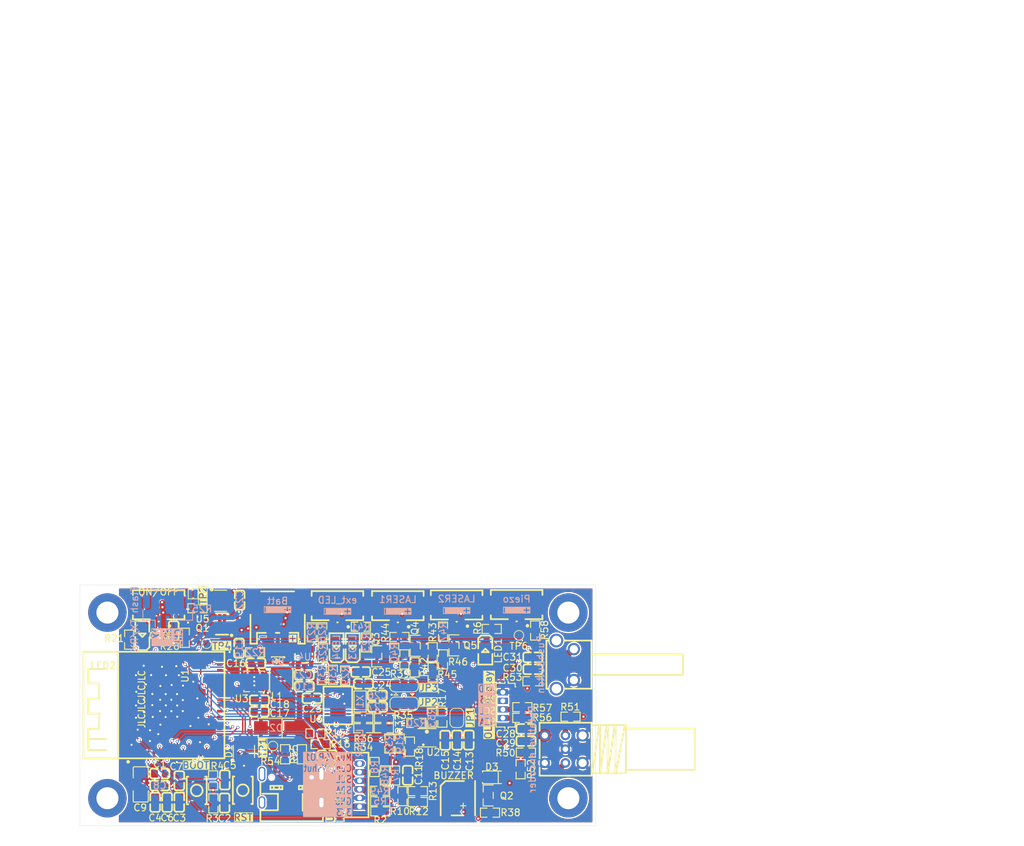
<source format=kicad_pcb>
(kicad_pcb (version 20241229) (generator "pcbnew") (generator_version "9.0")
  (layers (0 "F.Cu" signal) (4 "In1.Cu" signal) (6 "In2.Cu" signal) (2 "B.Cu" signal) (13 "F.Paste" user) (15 "B.Paste" user) (5 "F.SilkS" user "F.Silkscreen") (7 "B.SilkS" user "B.Silkscreen") (1 "F.Mask" user) (3 "B.Mask" user) (25 "Edge.Cuts" user))
  (net 0 "")
  (net 1 "Net-(D3-A)")
  (net 2 "/Humidity, pressure and temperature sensor/SDO")
  (net 3 "/MCU/TX0_MCU")
  (net 4 "/MCU/RX0_MCU")
  (net 5 "3V3")
  (net 6 "Net-(LED3-A)")
  (net 7 "EN")
  (net 9 "GND")
  (net 10 "BOOT")
  (net 11 "EXTERNAL_5V")
  (net 12 "Net-(C11-Pad2)")
  (net 13 "BATT+")
  (net 14 "Net-(U3-EN)")
  (net 15 "/Charger/B_CHG_+")
  (net 16 "/Charger/BATT-")
  (net 17 "Net-(U5-VCC)")
  (net 18 "Net-(U6-CAP)")
  (net 19 "Net-(U6-XIN32)")
  (net 20 "Net-(U6-XOUT32{slash}CLKSEL1)")
  (net 21 "/MCU/D_ESD+")
  (net 22 "/MCU/D-")
  (net 23 "/MCU/D_ESD-")
  (net 24 "/MCU/D+")
  (net 25 "/MCU/MUX{slash}GPIO1 LIDAR")
  (net 26 "Net-(J2-Pad1)")
  (net 27 "/MCU/Conf{slash}XSHUT LIDAR")
  (net 28 "Net-(LAS1-Pad2)")
  (net 29 "Net-(LAS2-Pad2)")
  (net 30 "/IMU/PS0")
  (net 31 "/PS1_IMU")
  (net 32 "Net-(U3-L1)")
  (net 33 "Net-(U3-L2)")
  (net 34 "Net-(LED1-+)")
  (net 35 "Net-(LED1--)")
  (net 36 "Net-(LED2-K)")
  (net 37 "/STAT_CHARGER")
  (net 38 "Net-(LED4-+)")
  (net 39 "/Charger/PROT")
  (net 40 "/Charger/CHARGE")
  (net 41 "/Charger/DISCHARGE")
  (net 42 "Net-(Q2-B)")
  (net 43 "Net-(Q3-G)")
  (net 44 "Net-(Q3-D)")
  (net 45 "Net-(Q4-D)")
  (net 46 "Net-(Q4-G)")
  (net 47 "Net-(Q5-D)")
  (net 48 "Net-(Q5-G)")
  (net 49 "Net-(USB1-CC1)")
  (net 50 "Net-(USB1-CC2)")
  (net 51 "Net-(C12-Pad2)")
  (net 52 "/MCU/BATT+_SENSE")
  (net 53 "Net-(U2-CSB)")
  (net 54 "/Humidity, pressure and temperature sensor/SDA")
  (net 55 "/Humidity, pressure and temperature sensor/SCL")
  (net 56 "Net-(U5-VM)")
  (net 57 "Net-(U4-PROG)")
  (net 58 "/MCU/EXT_5V_SENSE")
  (net 59 "/BOOTN")
  (net 60 "/PS0_IMU{slash}WAKE")
  (net 61 "/H_SDA{slash}H_MISO{slash}TX")
  (net 62 "/H_SCL{slash}SCK{slash}RX")
  (net 63 "Net-(R26-Pad2)")
  (net 64 "/LED, Buzzer, Lasers/Buzzer")
  (net 65 "/LED, Buzzer, Lasers/Ext_LED")
  (net 66 "/LED, Buzzer, Lasers/LASER1")
  (net 67 "/LED, Buzzer, Lasers/LASER2")
  (net 68 "/LED, Buzzer, Lasers/PB_Encoder")
  (net 69 "/CLKSEL0")
  (net 70 "/LED, Buzzer, Lasers/PB_Switch")
  (net 71 "SCL")
  (net 74 "SDA")
  (net 76 "Net-(R34-Pad1)")
  (net 77 "/H_INTN")
  (net 78 "/SA0{slash}H_MOSI")
  (net 79 "/MCU/SCA_Display")
  (net 80 "/NRST")
  (net 81 "/H_CSN")
  (net 82 "/MCU/SCL_Display")
  (net 95 "Net-(LED5-Pad2)")
  (net 96 "Net-(R36-Pad1)")
  (net 97 "/IMU/PS1")
  (net 98 "/MCU/PIEZO")
  (net 99 "/LED, Buzzer, Lasers/DT_Encoder")
  (net 100 "/LED, Buzzer, Lasers/CLK_Encoder")
  (net 103 "unconnected-(U1-IO21-Pad25)")
  (footprint "easyeda2kicad:CONN-SMD_2P-P1.25_XUNPU_WAFER-MX1.25-2PWB" (layer "F.Cu") (at 174.17 80.67 180)
    (property "Reference" "J6" (hide yes))
    (property "Value" "Piezo")
  )
  (footprint "easyeda2kicad:C0603" (layer "F.Cu") (at 133.81 85.69 90)
    (property "Reference" "C19")
    (property "Value" "CL10B104KA8NNNC")
  )
  (footprint "MountingHole:MountingHole_3.2mm_M3_DIN965_Pad" (layer "F.Cu") (at 114.68 107.51)
    (property "Reference" "H4" (hide yes))
    (property "Value" "MountingHole")
  )
  (footprint "easyeda2kicad:C0603" (layer "F.Cu") (at 151.89 90.86 180)
    (property "Reference" "C24")
    (property "Value" "0.1uF")
  )
  (footprint "easyeda2kicad:SW-SMD_L3.9-W2.9-P4.15-LS5.0" (layer "F.Cu") (at 127.66 106.38 90)
    (property "Reference" "SW2" (hide yes))
    (property "Value" "BOOT")
  )
  (footprint "easyeda2kicad:R0603" (layer "F.Cu") (at 156.36 86.35 -90)
    (property "Reference" "R40")
    (property "Value" "10k")
  )
  (footprint "easyeda2kicad:R0603" (layer "F.Cu") (at 159.8 108.06 180)
    (property "Reference" "R12")
    (property "Value" "19.6k")
  )
  (footprint "easyeda2kicad:SOT-23-3_L2.9-W1.3-P1.90-LS2.4-BR" (layer "F.Cu") (at 159.42 85.3375)
    (property "Reference" "Q4")
    (property "Value" "AO3400A")
  )
  (footprint "easyeda2kicad:C0603" (layer "F.Cu") (at 122.29 105.67 180)
    (property "Reference" "C8")
    (property "Value" "100nf")
  )
  (footprint "easyeda2kicad:R0603" (layer "F.Cu") (at 117.84 84.45 -90)
    (property "Reference" "R21")
    (property "Value" "100")
  )
  (footprint "easyeda2kicad:C0603" (layer "F.Cu") (at 163.77 99.09 -90)
    (property "Reference" "C15")
    (property "Value" "1u")
  )
  (footprint "Jumper:SolderJumper-3_P1.3mm_Open_RoundedPad1.0x1.5mm" (layer "F.Cu") (at 157.81 91.0375)
    (property "Reference" "JP3")
    (property "Value" "SP0")
  )
  (footprint "easyeda2kicad:C0603" (layer "F.Cu") (at 133.9 78.7 -90)
    (property "Reference" "C22")
    (property "Value" "100n")
  )
  (footprint "easyeda2kicad:R0603" (layer "F.Cu") (at 157.12 84.0625)
    (property "Reference" "R44")
    (property "Value" "12.4")
  )
  (footprint "easyeda2kicad:R0603" (layer "F.Cu") (at 154.86 97.33 180)
    (property "Reference" "R37")
    (property "Value" "2.2k")
  )
  (footprint "easyeda2kicad:SW-TH_SKHHNJA010" (layer "F.Cu") (at 181.21 88.08 90)
    (property "Reference" "SW3" (hide yes))
    (property "Value" "PushButton")
  )
  (footprint "easyeda2kicad:R0603" (layer "F.Cu") (at 176.46 90.5)
    (property "Reference" "R53")
    (property "Value" "10K")
  )
  (footprint "easyeda2kicad:SOT-23-6_L2.9-W1.6-P0.95-LS2.8-BL" (layer "F.Cu") (at 134.52 100.7)
    (property "Reference" "D1")
    (property "Value" "USBLC6-2SC6")
  )
  (footprint "easyeda2kicad:R0603" (layer "F.Cu") (at 161.955 86.2575 -90)
    (property "Reference" "R43")
    (property "Value" "10k")
  )
  (footprint "Jumper:SolderJumper-2_P1.3mm_Open_RoundedPad1.0x1.5mm" (layer "F.Cu") (at 165.47 95.84 90)
    (property "Reference" "JP1")
    (property "Value" "I2C addr = 0x77 default, 0x76 if soldered")
  )
  (footprint "easyeda2kicad:C0603" (layer "F.Cu") (at 125.12 108.09 90)
    (property "Reference" "C3")
    (property "Value" "100nf")
  )
  (footprint "easyeda2kicad:R0603" (layer "F.Cu") (at 154.89 95.82 180)
    (property "Reference" "R35")
    (property "Value" "2.2k")
  )
  (footprint "easyeda2kicad:R0603" (layer "F.Cu") (at 142.95 101.12 -90)
    (property "Reference" "R55")
    (property "Value" "5k1")
  )
  (footprint "easyeda2kicad:R0603" (layer "F.Cu") (at 161.955 89.2175 -90)
    (property "Reference" "R45")
    (property "Value" "2.2k")
  )
  (footprint "easyeda2kicad:R0603" (layer "F.Cu") (at 127.77 79.88 180)
    (property "Reference" "R25")
    (property "Value" "1K")
  )
  (footprint "easyeda2kicad:IND-SMD_L3.0-W3.0_LQH3NPN2R2NG0L" (layer "F.Cu") (at 139.94 90.15 -90)
    (property "Reference" "L1")
    (property "Value" "LQH3NPN2R2MMEL")
  )
  (footprint "easyeda2kicad:R0603" (layer "F.Cu") (at 144.92 98.09)
    (property "Reference" "R15")
    (property "Value" "12k")
  )
  (footprint "easyeda2kicad:LED0805-R-RD" (layer "F.Cu") (at 119.75 83.75 90)
    (property "Reference" "LED2")
    (property "Value" "0805G (Green)")
  )
  (footprint "easyeda2kicad:R0603" (layer "F.Cu") (at 130.08 108.26 90)
    (property "Reference" "R3")
    (property "Value" "10K")
  )
  (footprint "easyeda2kicad:R0603" (layer "F.Cu") (at 158.65 100 -90)
    (property "Reference" "R18")
    (property "Value" "10k")
  )
  (footprint "easyeda2kicad:CONN-SMD_2P-P1.25_XUNPU_WAFER-MX1.25-2PWB" (layer "F.Cu") (at 165.45 80.72 180)
    (property "Reference" "LAS2" (hide yes))
    (property "Value" "LASER2")
  )
  (footprint "easyeda2kicad:C0603" (layer "F.Cu") (at 175.5275 97.435)
    (property "Reference" "C28")
    (property "Value" "100nf")
  )
  (footprint "easyeda2kicad:C0603" (layer "F.Cu") (at 153.94 94.24 180)
    (property "Reference" "C27")
    (property "Value" "22pF")
  )
  (footprint "easyeda2kicad:C0603" (layer "F.Cu") (at 136.75 94.95 180)
    (property "Reference" "C17")
    (property "Value" "CL10B106MQ8NRNC")
  )
  (footprint "MountingHole:MountingHole_3.2mm_M3_DIN965_Pad" (layer "F.Cu") (at 181.68 80.51)
    (property "Reference" "H2" (hide yes))
    (property "Value" "MountingHole")
  )
  (footprint "easyeda2kicad:R0603" (layer "F.Cu") (at 159.59 96.56 180)
    (property "Reference" "R20")
    (property "Value" "10k")
  )
  (footprint "easyeda2kicad:CONN-TH_4P-P1.25_WAFER-MX1.25-4PZZ" (layer "F.Cu") (at 172.16 93.98 90)
    (property "Reference" "J5" (hide yes))
    (property "Value" "OLED Display")
  )
  (footprint "easyeda2kicad:C0603" (layer "F.Cu") (at 175.52 99.2 180)
    (property "Reference" "C29")
    (property "Value" "1u")
  )
  (footprint "easyeda2kicad:LGA-28_L5.2-W3.8-P0.50-BL" (layer "F.Cu") (at 148.18 94.01 180)
    (property "Reference" "U6")
    (property "Value" "BNO085_C5189642")
  )
  (footprint "easyeda2kicad:R0603" (layer "F.Cu") (at 136.14 86.29)
    (property "Reference" "R22")
    (property "Value" "100")
  )
  (footprint "easyeda2kicad:C0603" (layer "F.Cu") (at 151.5 89.15 180)
    (property "Reference" "C25")
    (property "Value" "0.1uF")
  )
  (footprint "easyeda2kicad:BULETM-SMD_ESP32-S3-MINI-1-N8" (layer "F.Cu") (at 123.99 94.01 90)
    (property "Reference" "U1")
    (property "Value" "MCU" (hide yes))
  )
  (footprint "easyeda2kicad:R0603" (layer "F.Cu") (at 153.51 102.97 -90)
    (property "Reference" "R8")
    (property "Value" "10k")
  )
  (footprint "easyeda2kicad:SOT-23-5_L2.9-W1.6-P0.95-LS2.8-BL" (layer "F.Cu") (at 143.34 86.94 180)
    (property "Reference" "U4")
    (property "Value" "MCP73831T-2DCI/OT")
  )
  (footprint "easyeda2kicad:R0603" (layer "F.Cu") (at 163.465 87.3175 -90)
    (property "Reference" "R46")
    (property "Value" "10k")
  )
  (footprint "easyeda2kicad:C0603" (layer "F.Cu") (at 131.71 108.21 90)
    (property "Reference" "C2")
    (property "Value" "100nf")
  )
  (footprint "easyeda2kicad:R0603" (layer "F.Cu") (at 151.88 97.33 180)
    (property "Reference" "R36")
    (property "Value" "0")
  )
  (footprint "easyeda2kicad:R0603" (layer "F.Cu") (at 175.51 100.88)
    (property "Reference" "R50")
    (property "Value" "10K")
  )
  (footprint "easyeda2kicad:R0603" (layer "F.Cu") (at 170.29 109.61)
    (property "Reference" "R38")
    (property "Value" "470")
  )
  (footprint "easyeda2kicad:R0603" (layer "F.Cu") (at 145.97 86.37 -90)
    (property "Reference" "R24")
    (property "Value" "470")
  )
  (footprint "easyeda2kicad:SOT-23-6_L2.9-W1.6-P0.95-LS2.8-BR" (layer "F.Cu") (at 131.33 82.17)
    (property "Reference" "Q1")
    (property "Value" "FS8205A_C908265")
  )
  (footprint "easyeda2kicad:R0603" (layer "F.Cu") (at 130.04 104.91 90)
    (property "Reference" "R4")
    (property "Value" "10K")
  )
  (footprint "easyeda2kicad:R0603" (layer "F.Cu") (at 145.84 89.58 90)
    (property "Reference" "R31")
    (property "Value" "0")
  )
  (footprint "MountingHole:MountingHole_3.2mm_M3_DIN965_Pad" (layer "F.Cu") (at 114.68 80.51)
    (property "Reference" "H1" (hide yes))
    (property "Value" "MountingHole")
  )
  (footprint "easyeda2kicad:LGA-8_BME280_BL" (layer "F.Cu") (at 161.11 98.72 180)
    (property "Reference" "U2")
    (property "Value" "BME280")
  )
  (footprint "TestPoint:TestPoint_Pad_D1.0mm" (layer "F.Cu") (at 138.74 99.92)
    (property "Reference" "TP1")
    (property "Value" "VUSB")
  )
  (footprint "easyeda2kicad:SMA_L4.3-W2.6-LS5.2-RD" (layer "F.Cu") (at 139.19 97.3 180)
    (property "Reference" "D2")
    (property "Value" "SMAJ5.0A-C83329")
  )
  (footprint "easyeda2kicad:R0603" (layer "F.Cu") (at 155 104.19 -90)
    (property "Reference" "R48")
    (property "Value" "0")
  )
  (footprint "Jumper:SolderJumper-3_P1.3mm_Open_RoundedPad1.0x1.5mm" (layer "F.Cu") (at 157.8 93.79 180)
    (property "Reference" "JP2")
    (property "Value" "SP0")
  )
  (footprint "easyeda2kicad:R0603" (layer "F.Cu") (at 147.44 89.56 90)
    (property "Reference" "R30")
    (property "Value" "0")
  )
  (footprint "easyeda2kicad:R0603" (layer "F.Cu") (at 163.46 83.28 -90)
    (property "Reference" "R47")
    (property "Value" "12.4")
  )
  (footprint "easyeda2kicad:R0603" (layer "F.Cu") (at 170.54 82.89 180)
    (property "Reference" "R6")
    (property "Value" "300")
  )
  (footprint "easyeda2kicad:R0603" (layer "F.Cu") (at 159.325 88.4775 -90)
    (property "Reference" "R42")
    (property "Value" "2.2k")
  )
  (footprint "easyeda2kicad:SOT-23-6_L2.9-W1.6-P0.95-LS2.8-BL" (layer "F.Cu") (at 131.13 78.8 -90)
    (property "Reference" "U5")
    (property "Value" "DW01A_C351410")
  )
  (footprint "MountingHole:MountingHole_3.2mm_M3_DIN965_Pad" (layer "F.Cu") (at 181.68 107.51)
    (property "Reference" "H3" (hide yes))
    (property "Value" "MountingHole")
  )
  (footprint "easyeda2kicad:SOT-23-3_L2.9-W1.3-P1.90-LS2.4-BR" (layer "F.Cu") (at 170.03 107.11)
    (property "Reference" "Q2")
    (property "Value" "SS8050_C2150")
  )
  (footprint "easyeda2kicad:C0603" (layer "F.Cu") (at 165.5 99.06 -90)
    (property "Reference" "C14")
    (property "Value" "100n")
  )
  (footprint "easyeda2kicad:OSC-SMD_L2.0-W1.2" (layer "F.Cu") (at 151.41 93.44 -90)
    (property "Reference" "X1")
    (property "Value" "ABS06-32.768KHZ-T")
  )
  (footprint "easyeda2kicad:C0603" (layer "F.Cu") (at 144.43 92.97)
    (property "Reference" "C23")
    (property "Value" "0.1uF")
  )
  (footprint "easyeda2kicad:C0603" (layer "F.Cu") (at 123.36 108.11 90)
    (property "Reference" "C6")
    (property "Value" "100nf")
  )
  (footprint "easyeda2kicad:C0603" (layer "F.Cu") (at 125.12 104.97 90)
    (property "Reference" "C7")
    (property "Value" "1u")
  )
  (footprint "easyeda2kicad:C0603" (layer "F.Cu") (at 176.51 87.02 180)
    (property "Reference" "C31")
    (property "Value" "1u")
  )
  (footprint "easyeda2kicad:C0603" (layer "F.Cu") (at 153.91 92.55 180)
    (property "Reference" "C26")
    (property "Value" "22pF")
  )
  (footprint "easyeda2kicad:SW-TH_CTR_ED08905M-FE15C7.0-C10-2053" (layer "F.Cu") (at 181 100.38 90)
    (property "Reference" "J7" (hide yes))
    (property "Value" "Rotative encoder")
  )
  (footprint "easyeda2kicad:R0603" (layer "F.Cu") (at 154.33 107.94)
    (property "Reference" "R5")
    (property "Value" "10k")
  )
  (footprint "easyeda2kicad:R0603" (layer "F.Cu") (at 154.35 109.43 180)
    (property "Reference" "R2")
    (property "Value" "0")
  )
  (footprint "easyeda2kicad:C0603" (layer "F.Cu") (at 146.63 101.27)
    (property "Reference" "C12" (hide yes))
    (property "Value" "100nf")
  )
  (footprint "easyeda2kicad:R0603" (layer "F.Cu") (at 140.5 101.12 -90)
    (property "Reference" "R54")
    (property "Value" "5k1")
  )
  (footprint "easyeda2kicad:C0603" (layer "F.Cu") (at 143.3 91.27 180)
    (property "Reference" "C10")
    (property "Value" "100nf")
  )
  (footprint "easyeda2kicad:R0603" (layer "F.Cu") (at 159.8 106.48)
    (property "Reference" "R13")
    (property "Value" "19.6k")
  )
  (footprint "easyeda2kicad:R0603" (layer "F.Cu") (at 145.67 99.64 180)
    (property "Reference" "R16")
    (property "Value" "19.1k")
  )
  (footprint "easyeda2kicad:R0603" (layer "F.Cu") (at 176.85 83.12 90)
    (property "Reference" "R58")
    (property "Value" "2M")
  )
  (footprint "easyeda2kicad:SOT-23-3_L2.9-W1.3-P1.90-LS2.4-BR" (layer "F.Cu") (at 153.83 86.87)
    (property "Reference" "Q3")
    (property "Value" "AO3400A")
  )
  (footprint "easyeda2kicad:C0603" (layer "F.Cu") (at 158.33 104.18 -90)
    (property "Reference" "C11")
    (property "Value" "100nf")
  )
  (footprint "easyeda2kicad:C0603" (layer "F.Cu") (at 176.52 88.76)
    (property "Reference" "C30")
    (property "Value" "100nf")
  )
  (footprint "easyeda2kicad:R0603" (layer "F.Cu") (at 174.98 95.82 180)
    (property "Reference" "R56")
    (property "Value" "10k")
  )
  (footprint "easyeda2kicad:C0603" (layer "F.Cu") (at 124.32 83.15 -90)
    (property "Reference" "C20")
    (property "Value" "10uF")
  )
  (footprint "easyeda2kicad:C0603" (layer "F.Cu") (at 122.29 103.92)
    (property "Reference" "C1")
    (property "Value" "10nf")
  )
  (footprint "easyeda2kicad:R0603" (layer "F.Cu") (at 161.83 95.79 90)
    (property "Reference" "R33")
    (property "Value" "2.2k")
  )
  (footprint "easyeda2kicad:VSON-10_L3.0-W3.0-P0.50-TL-EP_TPS62410DRCR" (layer "F.Cu") (at 136.02 90.52 180)
    (property "Reference" "U3")
    (property "Value" "TPS63001DRCR")
  )
  (footprint "TestPoint:TestPoint_Pad_D1.0mm" (layer "F.Cu") (at 174.49 83.82 180)
    (property "Reference" "TP6")
    (property "Value" "Piezo")
  )
  (footprint "easyeda2kicad:C0603" (layer "F.Cu") (at 136.77 93.26 180)
    (property "Reference" "C18")
    (property "Value" "CL10B106MQ8NRNC")
  )
  (footprint "easyeda2kicad:R0603" (layer "F.Cu") (at 157.56 107.21 90)
    (property "Reference" "R10")
    (property "Value" "0")
  )
  (footprint "easyeda2kicad:SOD-123F_L2.7-W1.6-LS3.8-RD" (layer "F.Cu") (at 170.57 104.47 180)
    (property "Reference" "D3")
    (property "Value" "1N4148")
  )
  (footprint "easyeda2kicad:SW-SMD_L3.9-W2.9-P4.15-LS5.0" (layer "F.Cu") (at 134.36 106.35 90)
    (property "Reference" "SW1" (hide yes))
    (property "Value" "RST")
  )
  (footprint "easyeda2kicad:LED0805-R-RD" (layer "F.Cu") (at 169.61 86.07 -90)
    (property "Reference" "LED1")
    (property "Value" "onboard LED")
  )
  (footprint "easyeda2kicad:R0603" (layer "F.Cu") (at 152.27 84.85 -90)
    (property "Reference" "R23")
    (property "Value" "470")
  )
  (footprint "easyeda2kicad:R0603" (layer "F.Cu") (at 148.43 109.47 -90)
    (property "Reference" "R1")
    (property "Value" "0")
  )
  (footprint "easyeda2kicad:C0603" (layer "F.Cu") (at 121.61 108.11 90)
    (property "Reference" "C4")
    (property "Value" "100nf")
  )
  (footprint "easyeda2kicad:R0603" (layer "F.Cu") (at 174.74 103.29 -90)
    (property "Reference" "R52")
    (property "Value" "10K")
  )
  (footprint "easyeda2kicad:USB-C-SMD_TYPE-C-16P-1" (layer "F.Cu") (at 141.46 105.72)
    (property "Reference" "USB1" (hide yes))
    (property "Value" "USB")
  )
  (footprint "easyeda2kicad:R0603" (layer "F.Cu") (at 174.99 94.27 180)
    (property "Reference" "R57")
    (property "Value" "10k")
  )
  (footprint "easyeda2kicad:R0603" (layer "F.Cu") (at 149.22 89.66 90)
    (property "Reference" "R29")
    (property "Value" "10k")
  )
  (footprint "easyeda2kicad:C1206" (layer "F.Cu") (at 119.52 105.5 90)
    (property "Reference" "C9")
    (property "Value" "22uF")
  )
  (footprint "easyeda2kicad:SOT-23-3_L2.9-W1.3-P1.90-LS2.4-BR" (layer "F.Cu") (at 165.055 85.2775)
    (property "Reference" "Q5")
    (property "Value" "AO3400A")
  )
  (footprint "easyeda2kicad:R0603" (layer "F.Cu") (at 125.92 84.18 -90)
    (property "Reference" "R28")
    (property "Value" "100")
  )
  (footprint "easyeda2kicad:R0603" (layer "F.Cu") (at 155.65 99.56 -90)
    (property "Reference" "R32")
    (property "Value" "2.2k")
  )
  (footprint "easyeda2kicad:R0603" (layer "F.Cu") (at 144.375 83.38 -90)
    (property "Reference" "R27")
    (property "Value" "2k")
  )
  (footprint "easyeda2kicad:CONN-SMD_P2.00_S2B-PH-SM4-TB-LF-SN" (layer "F.Cu") (at 139.42 81.81 180)
    (property "Reference" "J1" (hide yes))
    (property "Value" "Batt")
  )
  (footprint "easyeda2kicad:CONN-SMD_2P-P1.25_XUNPU_WAFER-MX1.25-2PWB" (layer "F.Cu") (at 156.9 80.82 180)
    (property "Reference" "LAS1" (hide yes))
    (property "Value" "LASER1")
  )
  (footprint "easyeda2kicad:C0603" (layer "F.Cu") (at 143.29 89.56)
    (property "Reference" "C21")
    (property "Value" "10uF")
  )
  (footprint "easyeda2kicad:R0603" (layer "F.Cu") (at 154.3 106.42 180)
    (property "Reference" "R49")
    (property "Value" "0")
  )
  (footprint "easyeda2kicad:R0603" (layer "F.Cu") (at 156.49 104.2 90)
    (property "Reference" "R7")
    (property "Value" "10k")
  )
  (footprint "TestPoint:TestPoint_Pad_1.0x1.0mm" (layer "F.Cu") (at 127.13 77.81)
    (property "Reference" "TP2")
    (property "Value" "Batt-")
  )
  (footprint "easyeda2kicad:SOD-323_L1.7-W1.3-LS2.6-RD-1" (layer "F.Cu") (at 139.43 87.57 180)
    (property "Reference" "D4")
    (property "Value" "SLESD4V5S")
  )
  (footprint "easyeda2kicad:CONN-SMD_2P-P1.25_XUNPU_WAFER-MX1.25-2PWB" (layer "F.Cu") (at 122.14 80.6875 180)
    (property "Reference" "J4" (hide yes))
    (property "Value" "ON/OFF")
  )
  (footprint "easyeda2kicad:C0603" (layer "F.Cu") (at 167.21 99.05 -90)
    (property "Reference" "C13")
    (property "Value" "100n")
  )
  (footprint "easyeda2kicad:R0603" (layer "F.Cu") (at 157.85 87.32 -90)
    (property "Reference" "R39")
    (property "Value" "2.2k")
  )
  (footprint "TestPoint:TestPoint_Pad_D1.0mm" (layer "F.Cu") (at 129.08 85.03)
    (property "Reference" "TP4")
    (property "Value" "Batt+")
  )
  (footprint "easyeda2kicad:LED0805-R-RD" (layer "F.Cu") (at 147.97 85.52 90)
    (property "Reference" "LED4")
    (property "Value" "RED")
  )
  (footprint "easyeda2kicad:R0603" (layer "F.Cu") (at 157.16 99.55 -90)
    (property "Reference" "R19")
    (property "Value" "10k")
  )
  (footprint "easyeda2kicad:LED0805-R-RD" (layer "F.Cu") (at 150.33 85.52 90)
    (property "Reference" "LED3")
    (property "Value" "GREEN")
  )
  (footprint "easyeda2kicad:R0603" (layer "F.Cu") (at 145.905 83.38 90)
    (property "Reference" "R26")
    (property "Value" "0")
  )
  (footprint "easyeda2kicad:CONN-SMD_2P-P1.25_XUNPU_WAFER-MX1.25-2PWB" (layer "F.Cu") (at 148.125 80.82 180)
    (property "Reference" "LED5" (hide yes))
    (property "Value" "ext_LED")
  )
  (footprint "easyeda2kicad:R0603" (layer "F.Cu") (at 148.41 103.6 90)
    (property "Reference" "R11")
    (property "Value" "0")
  )
  (footprint "easyeda2kicad:CONN-TH_6P-P1.25_BX-MX1.25-6PZZ" (layer "F.Cu") (at 151.33 105.59 90)
    (property "Reference" "J2" (hide yes))
    (property "Value" "LIDAR")
  )
  (footprint "easyeda2kicad:R0603" (layer "F.Cu") (at 163.37 95.79 90)
    (property "Reference" "R17")
    (property "Value" "10k")
  )
  (footprint "easyeda2kicad:R0603" (layer "F.Cu") (at 151.52 82.56)
    (property "Reference" "R41")
    (property "Value" "0")
  )
  (footprint "easyeda2kicad:C0603" (layer "F.Cu") (at 131.735 104.85 90)
    (property "Reference" "C5")
    (property "Value" "1u")
  )
  (footprint "easyeda2kicad:C0603" (layer "F.Cu") (at 136.24 87.88 180)
    (property "Reference" "C16")
    (property "Value" "CL10B106MQ8NRNC")
  )
  (footprint "easyeda2kicad:R0603" (layer "F.Cu") (at 182 95.65 180)
    (property "Reference" "R51")
    (property "Value" "10K")
  )
  (footprint "easyeda2kicad:BUZ-SMD_FST-5025" (layer "F.Cu") (at 165.62 107.51 90)
    (property "Reference" "BUZZER1" (hide yes))
    (property "Value" "BUZZER")
  )
  (footprint "easyeda2kicad:R0603" (layer "F.Cu") (at 151.89 95.82 180)
    (property "Reference" "R34")
    (property "Value" "0")
  )
  (footprint "Connector_JST:JST_GH_SM03B-GHS-TB_1x03-1MP_P1.25mm_Horizontal" (layer "B.Cu") (at 123.44 79.92)
    (property "Reference" "J3" (hide yes))
    (property "Value" "Flash TX/RX")
  )
  (gr_rect (start 110.68 76.51) (end 185.68 111.51) (stroke (width 0.0381)) (fill no) (layer "Edge.Cuts"))
  (gr_text "JLCJLCJLCJLC" (at 120.25 97.39 90) (layer "F.SilkS") (effects (font (size 1 0.8128) (thickness 0.153) (bold yes)) (justify left bottom)))
  (gr_text "+\n\n-" (at 145.82 80.93 270) (layer "B.SilkS" knockout) (effects (font (size 1 0.8128) (thickness 0.153) (bold yes)) (justify left bottom mirror)))
  (gr_text "+\n\n-" (at 137.1 80.69 270) (layer "B.SilkS" knockout) (effects (font (size 1 0.8128) (thickness 0.153) (bold yes)) (justify left bottom mirror)))
  (gr_text "TX\nRX\nGND" (at 125.61 82.8 90) (layer "B.SilkS" knockout) (effects (font (size 1 0.8128) (thickness 0.153) (bold yes)) (justify left bottom mirror)))
  (gr_text "+\n\n-" (at 154.58 80.93 270) (layer "B.SilkS" knockout) (effects (font (size 1 0.8128) (thickness 0.153) (bold yes)) (justify left bottom mirror)))
  (gr_text "+\n\n-" (at 163.13 80.82 270) (layer "B.SilkS" knockout) (effects (font (size 1 0.8128) (thickness 0.153) (bold yes)) (justify left bottom mirror)))
  (gr_text "Mux/GPIO1\nConf/Xshut\nSCL\nSDA\nGND\n3V3" (at 150.29 110.18 0) (layer "B.SilkS" knockout) (effects (font (size 1 0.8128) (thickness 0.153) (bold yes)) (justify left bottom mirror)))
  (gr_text "+\n\n-" (at 171.86 80.76 270) (layer "B.SilkS" knockout) (effects (font (size 1 0.8128) (thickness 0.153) (bold yes)) (justify left bottom mirror)))
  (gr_text "GND\n3V3\nSCL\nSCA" (at 171.19 97.01 -0) (layer "B.SilkS" knockout) (effects (font (size 1 0.8128) (thickness 0.153) (bold yes)) (justify left bottom mirror)))
  (segment (start 122.21 83.22) (end 123.14 84.15) (width 0.25) (layer "F.Cu") (net 3))
  (segment (start 123.14 84.15) (end 123.14 87.08) (width 0.25) (layer "F.Cu") (net 3))
  (segment (start 123.14 87.08) (end 123.22 87) (width 0.25) (layer "F.Cu") (net 3))
  (via (at 122.21 83.2) (size 0.45) (drill 0.3) (layers "F.Cu" "B.Cu") (net 3))
  (segment (start 122.21 81.465) (end 122.205 81.46) (width 0.25) (layer "B.Cu") (net 3))
  (segment (start 122.21 83.22) (end 122.21 83.2) (width 0.25) (layer "B.Cu") (net 3))
  (segment (start 122.21 83.2) (end 122.21 81.465) (width 0.25) (layer "B.Cu") (net 3))
  (segment (start 122.29 84.2) (end 122.29 87.08) (width 0.25) (layer "F.Cu") (net 4))
  (via (at 122.29 84.2) (size 0.45) (drill 0.3) (layers "F.Cu" "B.Cu") (net 4))
  (segment (start 122.29 84.2) (end 123.455 83.035) (width 0.25) (layer "B.Cu") (net 4))
  (segment (start 123.455 83.035) (end 123.455 81.46) (width 0.25) (layer "B.Cu") (net 4))
  (segment (start 156.63 102.24) (end 156.63 103.31) (width 0.9) (layer "F.Cu") (net 5))
  (segment (start 182.75 95.65) (end 183.87 95.65) (width 0.8) (layer "F.Cu") (net 5))
  (segment (start 174.76 100.88) (end 174.76 101.76) (width 0.8) (layer "F.Cu") (net 5))
  (segment (start 175.74 94.27) (end 175.74 95.06) (width 0.8) (layer "F.Cu") (net 5))
  (segment (start 175.71 91.54) (end 175.71 90.5) (width 0.8) (layer "F.Cu") (net 5))
  (segment (start 161.51 98.76) (end 161.87 98.4) (width 0.3) (layer "F.Cu") (net 5))
  (segment (start 148.75 80.7) (end 148.75 82.065) (width 0.7) (layer "F.Cu") (net 5))
  (segment (start 151.19 90.86) (end 151.19 89.54) (width 0.8) (layer "F.Cu") (net 5))
  (segment (start 161.51 99.3) (end 161.51 98.76) (width 0.3) (layer "F.Cu") (net 5))
  (segment (start 148.745 80.705) (end 148.75 80.7) (width 0.508) (layer "F.Cu") (net 5))
  (segment (start 149.28 88.85) (end 150 88.85) (width 0.4) (layer "F.Cu") (net 5))
  (segment (start 155.61 96.61) (end 155.61 95.85) (width 0.8) (layer "F.Cu") (net 5))
  (segment (start 157.52 82.07) (end 157.52 80.7) (width 0.7) (layer "F.Cu") (net 5))
  (segment (start 149.74 92.26) (end 149.737 92.263) (width 0.25) (layer "F.Cu") (net 5))
  (segment (start 155.61 97.33) (end 155.61 96.61) (width 0.8) (layer "F.Cu") (net 5))
  (segment (start 150.36 88.85) (end 150 88.85) (width 0.4) (layer "F.Cu") (net 5))
  (segment (start 151.19 89.54) (end 150.8 89.15) (width 0.8) (layer "F.Cu") (net 5))
  (segment (start 173.14 105.31) (end 172.3 104.47) (width 1) (layer "F.Cu") (net 5))
  (segment (start 148.429998 92.010002) (end 148.43 92.01) (width 0.2) (layer "F.Cu") (net 5))
  (segment (start 161.87 98.4) (end 162.37 98.4) (width 0.3) (layer "F.Cu") (net 5))
  (segment (start 174.76 102.52) (end 174.74 102.54) (width 0.8) (layer "F.Cu") (net 5))
  (segment (start 151.19 91.13) (end 151.19 90.86) (width 0.25) (layer "F.Cu") (net 5))
  (segment (start 129.93 109.01) (end 129.32 108.4) (width 0.8) (layer "F.Cu") (net 5))
  (segment (start 148.429998 92.350002) (end 148.429998 92.010002) (width 0.2) (layer "F.Cu") (net 5))
  (segment (start 148.12 92.66) (end 148.429998 92.350002) (width 0.2) (layer "F.Cu") (net 5))
  (segment (start 150.21 92.26) (end 151.19 91.28) (width 0.2) (layer "F.Cu") (net 5))
  (segment (start 149.74 92.26) (end 150.21 92.26) (width 0.2) (layer "F.Cu") (net 5))
  (segment (start 119.74 103.69) (end 119.52 103.91) (width 0.635) (layer "F.Cu") (net 5))
  (segment (start 155.61 95.85) (end 155.64 95.82) (width 0.8) (layer "F.Cu") (net 5))
  (segment (start 148.43 92.01) (end 148.43 91.76) (width 0.2) (layer "F.Cu") (net 5))
  (segment (start 148.75 82.065) (end 148.745 82.07) (width 0.7) (layer "F.Cu") (net 5))
  (segment (start 134.52 91.52) (end 134.13 91.52) (width 0.2) (layer "F.Cu") (net 5))
  (segment (start 150.8 89.15) (end 150.66 89.15) (width 0.4) (layer "F.Cu") (net 5))
  (segment (start 175.74 95.06) (end 175.74 95.81) (width 0.8) (layer "F.Cu") (net 5))
  (segment (start 162.37 99.7) (end 161.91 99.7) (width 0.3) (layer "F.Cu") (net 5))
  (segment (start 151.19 91.28) (end 151.19 90.86) (width 0.2) (layer "F.Cu") (net 5))
  (segment (start 174.76 100.88) (end 174.74 100.9) (width 0.8) (layer "F.Cu") (net 5))
  (segment (start 134.13 91.52) (end 133.5 90.89) (width 0.2) (layer "F.Cu") (net 5))
  (segment (start 161.91 99.7) (end 161.51 99.3) (width 0.3) (layer "F.Cu") (net 5))
  (segment (start 130.04 106.327) (end 130.04 105.66) (width 0.8) (layer "F.Cu") (net 5))
  (segment (start 149.22 88.91) (end 149.28 88.85) (width 0.4) (layer "F.Cu") (net 5))
  (segment (start 166.07 81.97) (end 166.07 80.71) (width 0.7) (layer "F.Cu") (net 5))
  (segment (start 148.43 91.992) (end 148.43 91.76) (width 0.25) (layer "F.Cu") (net 5))
  (segment (start 119.74 101.04) (end 119.74 103.69) (width 0.635) (layer "F.Cu") (net 5))
  (segment (start 175.74 95.81) (end 175.73 95.82) (width 0.8) (layer "F.Cu") (net 5))
  (segment (start 150.66 89.15) (end 150.36 88.85) (width 0.4) (layer "F.Cu") (net 5))
  (segment (start 121.59 107.39) (end 121.61 107.41) (width 0.8) (layer "F.Cu") (net 5))
  (segment (start 130.08 109.01) (end 129.93 109.01) (width 0.8) (layer "F.Cu") (net 5))
  (segment (start 174.76 101.76) (end 174.76 102.52) (width 0.8) (layer "F.Cu") (net 5))
  (via (at 129.32 108.4) (size 0.45) (drill 0.3) (layers "F.Cu" "B.Cu") (net 5))
  (via (at 120.76 104.34) (size 0.45) (drill 0.3) (layers "F.Cu" "B.Cu") (net 5))
  (via (at 133.5 90.89) (size 0.45) (drill 0.3) (layers "F.Cu" "B.Cu") (net 5))
  (via (at 148.12 92.66) (size 0.45) (drill 0.3) (layers "F.Cu" "B.Cu") (net 5))
  (via (at 148.75 80.7) (size 0.45) (drill 0.3) (layers "F.Cu" "B.Cu") (net 5))
  (via (at 122.48 107.53) (size 0.45) (drill 0.3) (layers "F.Cu" "B.Cu") (net 5))
  (via (at 174.76 101.76) (size 0.45) (drill 0.3) (layers "F.Cu" "B.Cu") (net 5))
  (via (at 137.35 94.07) (size 0.45) (drill 0.3) (layers "F.Cu" "B.Cu") (net 5))
  (via (at 166.07 80.71) (size 0.45) (drill 0.3) (layers "F.Cu" "B.Cu") (net 5))
  (via (at 120.81 103.66) (size 0.45) (drill 0.3) (layers "F.Cu" "B.Cu") (net 5))
  (via (at 156.63 102.24) (size 0.45) (drill 0.3) (layers "F.Cu" "B.Cu") (net 5))
  (via (at 157.52 80.7) (size 0.45) (drill 0.3) (layers "F.Cu" "B.Cu") (net 5))
  (via (at 138.01 92.2) (size 0.45) (drill 0.3) (layers "F.Cu" "B.Cu") (net 5))
  (via (at 157.79 96.6) (size 0.45) (drill 0.3) (layers "F.Cu" "B.Cu") (net 5))
  (via (at 122.06 106.64) (size 0.45) (drill 0.3) (layers "F.Cu" "B.Cu") (net 5))
  (via (at 150 88.85) (size 0.45) (drill 0.3) (layers "F.Cu" "B.Cu") (net 5))
  (via (at 175.71 91.54) (size 0.45) (drill 0.3) (layers "F.Cu" "B.Cu") (net 5))
  (via (at 162.57 94.26) (size 0.45) (drill 0.3) (layers "F.Cu" "B.Cu") (net 5))
  (via (at 157.8 101.13) (size 0.45) (drill 0.3) (layers "F.Cu" "B.Cu") (net 5))
  (via (at 155.61 96.61) (size 0.45) (drill 0.3) (layers "F.Cu" "B.Cu") (net 5))
  (via (at 166.42 109.49) (size 0.45) (drill 0.3) (layers "F.Cu" "B.Cu") (net 5))
  (via (at 120 105.03) (size 0.45) (drill 0.3) (layers "F.Cu" "B.Cu") (net 5))
  (via (at 130.04 106.327) (size 0.45) (drill 0.3) (layers "F.Cu" "B.Cu") (net 5))
  (via (at 183.87 95.65) (size 0.45) (drill 0.3) (layers "F.Cu" "B.Cu") (net 5))
  (via (at 164.64 98.39) (size 0.45) (drill 0.3) (layers "F.Cu" "B.Cu") (net 5))
  (via (at 121.56 104.77) (size 0.45) (drill 0.3) (layers "F.Cu" "B.Cu") (net 5))
  (via (at 173.14 105.31) (size 0.45) (drill 0.3) (layers "F.Cu" "B.Cu") (net 5))
  (via (at 166.37 98.35) (size 0.45) (drill 0.3) (layers "F.Cu" "B.Cu") (net 5))
  (via (at 138 94.07) (size 0.45) (drill 0.3) (layers "F.Cu" "B.Cu") (net 5))
  (via (at 120.77 104.99) (size 0.45) (drill 0.3) (layers "F.Cu" "B.Cu") (net 5))
  (via (at 155.87 107.94) (size 0.45) (drill 0.3) (layers "F.Cu" "B.Cu") (net 5))
  (via (at 175.74 95.06) (size 0.45) (drill 0.3) (layers "F.Cu" "B.Cu") (net 5))
  (via (at 156.44 101) (size 0.45) (drill 0.3) (layers "F.Cu" "B.Cu") (net 5))
  (via (at 120.75 105.59) (size 0.45) (drill 0.3) (layers "F.Cu" "B.Cu") (net 5))
  (via (at 121.23 106.58) (size 0.45) (drill 0.3) (layers "F.Cu" "B.Cu") (net 5))
  (via (at 159.05 92.4) (size 0.45) (drill 0.3) (layers "F.Cu" "B.Cu") (net 5))
  (via (at 137.38 92.2) (size 0.45) (drill 0.3) (layers "F.Cu" "B.Cu") (net 5))
  (segment (start 151.22 84.46) (end 150.34 84.46) (width 0.6) (layer "F.Cu") (net 6))
  (segment (start 152.27 84.1) (end 151.58 84.1) (width 0.6) (layer "F.Cu") (net 6))
  (segment (start 151.58 84.1) (end 151.22 84.46) (width 0.6) (layer "F.Cu") (net 6))
  (segment (start 150.34 84.46) (end 150.33 84.47) (width 0.6) (layer "F.Cu") (net 6))
  (segment (start 132.241 105.55) (end 133.691 104.1) (width 0.8) (layer "F.Cu") (net 7))
  (segment (start 131.735 105.55) (end 131.735 107.445) (width 0.8) (layer "F.Cu") (net 7))
  (segment (start 118.04 87.08) (end 118.04 97.8) (width 0.2) (layer "F.Cu") (net 7))
  (segment (start 131.735 105.59) (end 132.241 105.59) (width 0.8) (layer "F.Cu") (net 7))
  (segment (start 133.641 104.19) (end 134.36 104.19) (width 0.8) (layer "F.Cu") (net 7))
  (segment (start 130.769047 104.869798) (end 131.449249 105.55) (width 0.6) (layer "F.Cu") (net 7))
  (segment (start 119.285 99.045) (end 119.3 99.06) (width 0.2) (layer "F.Cu") (net 7))
  (segment (start 131.5 105.59) (end 131.735 105.59) (width 0.2) (layer "F.Cu") (net 7))
  (segment (start 130.8 104.909798) (end 130.819798 104.909798) (width 0.2) (layer "F.Cu") (net 7))
  (segment (start 130.769047 104.909798) (end 130.8 104.909798) (width 0.2) (layer "F.Cu") (net 7))
  (segment (start 118.04 97.8) (end 119.285 99.045) (width 0.2) (layer "F.Cu") (net 7))
  (segment (start 131.71 107.51) (end 131.71 107.31) (width 0.8) (layer "F.Cu") (net 7))
  (segment (start 131.449249 105.59) (end 131.735 105.59) (width 0.6) (layer "F.Cu") (net 7))
  (segment (start 131.735 107.485) (end 131.71 107.51) (width 0.8) (layer "F.Cu") (net 7))
  (segment (start 133.691 104.1) (end 134.36 104.1) (width 0.8) (layer "F.Cu") (net 7))
  (segment (start 131.71 107.31) (end 131.72 107.3) (width 0.8) (layer "F.Cu") (net 7))
  (via (at 119.285 99.045) (size 0.45) (drill 0.3) (layers "F.Cu" "B.Cu") (net 7))
  (via (at 130.8 104.909798) (size 0.45) (drill 0.3) (layers "F.Cu" "B.Cu") (net 7))
  (segment (start 125.149798 104.909798) (end 130.769047 104.909798) (width 0.2) (layer "B.Cu") (net 7))
  (segment (start 119.3 99.06) (end 125.149798 104.909798) (width 0.2) (layer "B.Cu") (net 7))
  (segment (start 174.8275 99.1925) (end 174.82 99.2) (width 0.8) (layer "F.Cu") (net 9))
  (segment (start 162.405 85.5075) (end 162.83875 85.94125) (width 0.8) (layer "F.Cu") (net 9))
  (segment (start 162.83875 85.94125) (end 163.465 86.5675) (width 0.8) (layer "F.Cu") (net 9))
  (segment (start 134.52 101.85) (end 134.52 102.77) (width 0.508) (layer "F.Cu") (net 9))
  (segment (start 143.34 85.84) (end 143.34 85.165) (width 0.6) (layer "F.Cu") (net 9))
  (segment (start 135.51 91.02) (end 136.02 90.51) (width 0.2) (layer "F.Cu") (net 9))
  (segment (start 162.37 99.05) (end 163.03 99.05) (width 0.3) (layer "F.Cu") (net 9))
  (segment (start 161.54 85.5075) (end 161.955 85.5075) (width 0.8) (layer "F.Cu") (net 9))
  (segment (start 137.52 90.52) (end 136.64 90.52) (width 0.2) (layer "F.Cu") (net 9))
  (segment (start 140.74 100.61) (end 140.5 100.37) (width 0.4) (layer "F.Cu") (net 9))
  (segment (start 131.75 104.135) (end 131.735 104.15) (width 0.8) (layer "F.Cu") (net 9))
  (segment (start 174.8275 97.435) (end 174.8275 98.29) (width 0.8) (layer "F.Cu") (net 9))
  (segment (start 138.26 101.1) (end 138.26 103.31) (width 0.6) (layer "F.Cu") (net 9))
  (segment (start 143.73 92.97) (end 143.73 92.23) (width 0.8) (layer "F.Cu") (net 9))
  (segment (start 124.32 83.85) (end 124.32 84.93) (width 0.9) (layer "F.Cu") (net 9))
  (segment (start 136.55 90.52) (end 136.03 90.52) (width 0.2) (layer "F.Cu") (net 9))
  (segment (start 141.73 100.61) (end 142.71 100.61) (width 0.4) (layer "F.Cu") (net 9))
  (segment (start 148.93 92.36) (end 148.93 91.76) (width 0.25) (layer "F.Cu") (net 9))
  (segment (start 163.03 99.05) (end 163.77 99.79) (width 0.3) (layer "F.Cu") (net 9))
  (segment (start 142.71 100.61) (end 142.95 100.37) (width 0.4) (layer "F.Cu") (net 9))
  (segment (start 116.99 86.05) (end 116.99 87.01) (width 0.8) (layer "F.Cu") (net 9))
  (segment (start 143.34 85.165) (end 144.375 84.13) (width 0.6) (layer "F.Cu") (net 9))
  (segment (start 149.74 93.76) (end 149.13 93.76) (width 0.25) (layer "F.Cu") (net 9))
  (segment (start 152.59 89.54) (end 152.2 89.15) (width 0.8) (layer "F.Cu") (net 9))
  (segment (start 144 91.255) (end 144 90.41) (width 0.8) (layer "F.Cu") (net 9))
  (segment (start 175.81 88.75) (end 175.82 88.76) (width 0.8) (layer "F.Cu") (net 9))
  (segment (start 136.03 90.52) (end 136.02 90.51) (width 0.2) (layer "F.Cu") (net 9))
  (segment (start 124.32 84.93) (end 124.31 84.94) (width 0.9) (layer "F.Cu") (net 9))
  (segment (start 144.66 100.88) (end 144.66 103.31) (width 0.6) (layer "F.Cu") (net 9))
  (segment (start 144 90.405) (end 144 89.595) (width 0.8) (layer "F.Cu") (net 9))
  (segment (start 161.955 85.5075) (end 162.405 85.5075) (width 0.8) (layer "F.Cu") (net 9))
  (segment (start 152.59 90.86) (end 152.59 89.54) (width 0.8) (layer "F.Cu") (net 9))
  (segment (start 143.73 92.23) (end 144 91.96) (width 0.8) (layer "F.Cu") (net 9))
  (segment (start 141.73 100.61) (end 140.74 100.61) (width 0.4) (layer "F.Cu") (net 9))
  (segment (start 144 90.41) (end 144 90.405) (width 0.8) (layer "F.Cu") (net 9))
  (segment (start 161.07625 85.04375) (end 161.54 85.5075) (width 0.8) (layer "F.Cu") (net 9))
  (segment (start 175.81 87.02) (end 175.81 87.89) (width 0.8) (layer "F.Cu") (net 9))
  (segment (start 175.81 87.89) (end 175.81 88.75) (width 0.8) (layer "F.Cu") (net 9))
  (segment (start 174.8275 98.29) (end 174.8275 99.1925) (width 0.8) (layer "F.Cu") (net 9))
  (segment (start 136.64 90.52) (end 136.55 90.52) (width 0.2) (layer "F.Cu") (net 9))
  (segment (start 117.84 85.2) (end 116.99 86.05) (width 0.8) (layer "F.Cu") (net 9))
  (segment (start 144 91.96) (end 144 91.27) (width 0.8) (layer "F.Cu") (net 9))
  (segment (start 134.52 91.02) (end 135.51 91.02) (width 0.2) (layer "F.Cu") (net 9))
  (segment (start 160.42 84.3875) (end 161.07625 85.04375) (width 0.8) (layer "F.Cu") (net 9))
  (via (at 119.98 94.97) (size 0.45) (drill 0.3) (layers "F.Cu" "B.Cu") (net 9))
  (via (at 126.4 81.96) (size 0.45) (drill 0.3) (layers "F.Cu" "B.Cu") (net 9))
  (via (at 125.06 89.63) (size 0.45) (drill 0.3) (layers "F.Cu" "B.Cu") (net 9))
  (via (at 125.63 93.24) (size 0.45) (drill 0.3) (layers "F.Cu" "B.Cu") (net 9))
  (via (at 124.83 95.66) (size 0.45) (drill 0.3) (layers "F.Cu" "B.Cu") (net 9))
  (via (at 127.89 95.81) (size 0.45) (drill 0.3) (layers "F.Cu" "B.Cu") (net 9))
  (via (at 132.44 86.25) (size 0.45) (drill 0.3) (layers "F.Cu" "B.Cu") (net 9))
  (via (at 123.41 110.08) (size 0.45) (drill 0.3) (layers "F.Cu" "B.Cu") (net 9))
  (via (at 131.75 103.21) (size 0.45) (drill 0.3) (layers "F.Cu" "B.Cu") (net 9))
  (via (at 126.74 97.01) (size 0.45) (drill 0.3) (layers "F.Cu" "B.Cu") (net 9))
  (via (at 120.27 90.96) (size 0.45) (drill 0.3) (layers "F.Cu" "B.Cu") (net 9))
  (via (at 144.66 100.88) (size 0.45) (drill 0.3) (layers "F.Cu" "B.Cu") (net 9))
  (via (at 121.21 93.97) (size 0.45) (drill 0.3) (layers "F.Cu" "B.Cu") (net 9))
  (via (at 122.07 98.19) (size 0.45) (drill 0.3) (layers "F.Cu" "B.Cu") (net 9))
  (via (at 122.38 91.19) (size 0.45) (drill 0.3) (layers "F.Cu" "B.Cu") (net 9))
  (via (at 148.93 92.36) (size 0.45) (drill 0.3) (layers "F.Cu" "B.Cu") (net 9))
  (via (at 155.41 85.09) (size 0.45) (drill 0.3) (layers "F.Cu" "B.Cu") (net 9))
  (via (at 144 90.41) (size 0.45) (drill 0.3) (layers "F.Cu" "B.Cu") (net 9))
  (via (at 121.03 89.61) (size 0.45) (drill 0.3) (layers "F.Cu" "B.Cu") (net 9))
  (via (at 131.04 85.5) (size 0.45) (drill 0.3) (layers "F.Cu" "B.Cu") (net 9))
  (via (at 138.26 101.1) (size 0.45) (drill 0.3) (layers "F.Cu" "B.Cu") (net 9))
  (via (at 154.19 91.09) (size 0.45) (drill 0.3) (layers "F.Cu" "B.Cu") (net 9))
  (via (at 136.02 90.51) (size 0.45) (drill 0.3) (layers "F.Cu" "B.Cu") (net 9))
  (via (at 162.83875 85.94125) (size 0.45) (drill 0.3) (layers "F.Cu" "B.Cu") (net 9))
  (via (at 118.83 95.8) (size 0.45) (drill 0.3) (layers "F.Cu" "B.Cu") (net 9))
  (via (at 128.14 99.36) (size 0.45) (drill 0.3) (layers "F.Cu" "B.Cu") (net 9))
  (via (at 120.86 99.2) (size 0.45) (drill 0.3) (layers "F.Cu" "B.Cu") (net 9))
  (via (at 141.73 100.61) (size 0.45) (drill 0.3) (layers "F.Cu" "B.Cu") (net 9))
  (via (at 125.63 94.84) (size 0.45) (drill 0.3) (layers "F.Cu" "B.Cu") (net 9))
  (via (at 155.39 91.12) (size 0.45) (drill 0.3) (layers "F.Cu" "B.Cu") (net 9))
  (via (at 127.16 90.57) (size 0.45) (drill 0.3) (layers "F.Cu" "B.Cu") (net 9))
  (via (at 136.02 89.89) (size 0.45) (drill 0.3) (layers "F.Cu" "B.Cu") (net 9))
  (via (at 118.88 92.03) (size 0.45) (drill 0.3) (layers "F.Cu" "B.Cu") (net 9))
  (via (at 119.08 97.54) (size 0.45) (drill 0.3) (layers "F.Cu" "B.Cu") (net 9))
  (via (at 161.07625 85.04375) (size 0.45) (drill 0.3) (layers "F.Cu" "B.Cu") (net 9))
  (via (at 122.61 88.39) (size 0.45) (drill 0.3) (layers "F.Cu" "B.Cu") (net 9))
  (via (at 122.33 94.84) (size 0.45) (drill 0.3) (layers "F.Cu" "B.Cu") (net 9))
  (via (at 149.13 93.76) (size 0.45) (drill 0.3) (layers "F.Cu" "B.Cu") (net 9))
  (via (at 118.18 99.74) (size 0.45) (drill 0.3) (layers "F.Cu" "B.Cu") (net 9))
  (via (at 123.97 93.19) (size 0.45) (drill 0.3) (layers "F.Cu" "B.Cu") (net 9))
  (via (at 133.92 81.28) (size 0.45) (drill 0.3) (layers "F.Cu" "B.Cu") (net 9))
  (via (at 127.75 92.99) (size 0.45) (drill 0.3) (layers "F.Cu" "B.Cu") (net 9))
  (via (at 120.87 97.63) (size 0.45) (drill 0.3) (layers "F.Cu" "B.Cu") (net 9))
  (via (at 122.35 93.19) (size 0.45) (drill 0.3) (layers "F.Cu" "B.Cu") (net 9))
  (via (at 121.21 92.35) (size 0.45) (drill 0.3) (layers "F.Cu" "B.Cu") (net 9))
  (via (at 119.95 88.24) (size 0.45) (drill 0.3) (layers "F.Cu" "B.Cu") (net 9))
  (via (at 175.81 87.89) (size 0.45) (drill 0.3) (layers "F.Cu" "B.Cu") (net 9))
  (via (at 136.09 94.09) (size 0.45) (drill 0.3) (layers "F.Cu" "B.Cu") (net 9))
  (via (at 129.4 96.76) (size 0.45) (drill 0.3) (layers "F.Cu" "B.Cu") (net 9))
  (via (at 123.19 89.63) (size 0.45) (drill 0.3) (layers "F.Cu" "B.Cu") (net 9))
  (via (at 132.46 85.21) (size 0.45) (drill 0.3) (layers "F.Cu" "B.Cu") (net 9))
  (via (at 120.07 96.45) (size 0.45) (drill 0.3) (layers "F.Cu" "B.Cu") (net 9))
  (via (at 123.17 94.01) (size 0.45) (drill 0.3) (layers "F.Cu" "B.Cu") (net 9))
  (via (at 127.77 81.13) (size 0.45) (drill 0.3) (layers "F.Cu" "B.Cu") (net 9))
  (via (at 124.76 102.25) (size 0.45) (drill 0.3) (layers "F.Cu" "B.Cu") (net 9))
  (via (at 155.99 92.45) (size 0.45) (drill 0.3) (layers "F.Cu" "B.Cu") (net 9))
  (via (at 121.26 95.69) (size 0.45) (drill 0.3) (layers "F.Cu" "B.Cu") (net 9))
  (via (at 119.96 93.14) (size 0.45) (drill 0.3) (layers "F.Cu" "B.Cu") (net 9))
  (via (at 124.01 91.04) (size 0.45) (drill 0.3) (layers "F.Cu" "B.Cu") (net 9))
  (via (at 123.14 95.71) (size 0.45) (drill 0.3) (layers "F.Cu" "B.Cu") (net 9))
  (via (at 123.98 94.85) (size 0.45) (drill 0.3) (layers "F.Cu" "B.Cu") (net 9))
  (via (at 125.66 91.13) (size 0.45) (drill 0.3) (layers "F.Cu" "B.Cu") (net 9))
  (via (at 136.03 91.11) (size 0.45) (drill 0.3) (layers "F.Cu" "B.Cu") (net 9))
  (via (at 124.82 94.03) (size 0.45) (drill 0.3) (layers "F.Cu" "B.Cu") (net 9))
  (via (at 118.83 89.63) (size 0.45) (drill 0.3) (layers "F.Cu" "B.Cu") (net 9))
  (via (at 122.38 96.81) (size 0.45) (drill 0.3) (layers "F.Cu" "B.Cu") (net 9))
  (via (at 118.82 94.03) (size 0.45) (drill 0.3) (layers "F.Cu" "B.Cu") (net 9))
  (via (at 174.8275 98.29) (size 0.45) (drill 0.3) (layers "F.Cu" "B.Cu") (net 9))
  (via (at 124.8 92.37) (size 0.45) (drill 0.3) (layers "F.Cu" "B.Cu") (net 9))
  (via (at 124.69 88.3) (size 0.45) (drill 0.3) (layers "F.Cu" "B.Cu") (net 9))
  (via (at 124.31 84.94) (size 0.45) (drill 0.3) (layers "F.Cu" "B.Cu") (net 9))
  (via (at 134.53 102.78) (size 0.45) (drill 0.3) (layers "F.Cu" "B.Cu") (net 9))
  (via (at 123.15 92.37) (size 0.45) (drill 0.3) (layers "F.Cu" "B.Cu") (net 9))
  (segment (start 120.59 101.04) (end 120.59 102.23) (width 0.2) (layer "F.Cu") (net 10))
  (segment (start 125.07 105.72) (end 125.12 105.67) (width 0.2) (layer "F.Cu") (net 10))
  (segment (start 127.26 104.18) (end 127.66 104.18) (width 0.9) (layer "F.Cu") (net 10))
  (segment (start 127.68 104.2) (end 127.66 104.18) (width 0.8) (layer "F.Cu") (net 10))
  (segment (start 130.04 104.2) (end 127.68 104.2) (width 0.8) (layer "F.Cu") (net 10))
  (segment (start 126.161 105.279) (end 127.26 104.18) (width 0.9) (layer "F.Cu") (net 10))
  (segment (start 125.12 105.67) (end 125.511 105.279) (width 0.9) (layer "F.Cu") (net 10))
  (segment (start 125.511 105.279) (end 126.161 105.279) (width 0.9) (layer "F.Cu") (net 10))
  (via (at 120.6 102.24) (size 0.45) (drill 0.3) (layers "F.Cu" "B.Cu") (net 10))
  (via (at 124.09 106.15) (size 0.45) (drill 0.3) (layers "F.Cu" "B.Cu") (net 10))
  (segment (start 124.09 106.15) (end 120.6 102.66) (width 0.2) (layer "B.Cu") (net 10))
  (segment (start 120.6 102.66) (end 120.6 102.24) (width 0.2) (layer "B.Cu") (net 10))
  (segment (start 142.75 87.68) (end 143.4 87.68) (width 0.3) (layer "F.Cu") (net 11))
  (segment (start 139.06 99.63) (end 141.39 97.3) (width 0.6) (layer "F.Cu") (net 11))
  (segment (start 145.75 86.9) (end 145.97 87.12) (width 0.3) (layer "F.Cu") (net 11))
  (segment (start 143.86 99.77) (end 141.39 97.3) (width 0.6) (layer "F.Cu") (net 11))
  (segment (start 143.4 87.68) (end 144.18 86.9) (width 0.3) (layer "F.Cu") (net 11))
  (segment (start 139.06 100.11) (end 139.06 99.63) (width 0.6) (layer "F.Cu") (net 11))
  (segment (start 139.04 100.13) (end 139.06 100.11) (width 0.6) (layer "F.Cu") (net 11))
  (segment (start 139.06 100.15) (end 139.04 100.13) (width 0.6) (layer "F.Cu") (net 11))
  (segment (start 142.61 89) (end 142.39 88.78) (width 0.7) (layer "F.Cu") (net 11))
  (segment (start 137.33 99.63) (end 136.38 100.58) (width 0.3) (layer "F.Cu") (net 11))
  (segment (start 141.39 97.41) (end 141.39 97.3) (width 0.6) (layer "F.Cu") (net 11))
  (segment (start 136.38 100.58) (end 134.97 100.58) (width 0.3) (layer "F.Cu") (net 11))
  (segment (start 142.59 91.27) (end 142.59 89) (width 0.8) (layer "F.Cu") (net 11))
  (segment (start 142.39 88.78) (end 142.39 88.04) (width 0.7) (layer "F.Cu") (net 11))
  (segment (start 144.18 86.9) (end 145.75 86.9) (width 0.3) (layer "F.Cu") (net 11))
  (segment (start 142.6 96.09) (end 142.6 91.27) (width 0.8) (layer "F.Cu") (net 11))
  (segment (start 139.06 103.31) (end 139.06 100.15) (width 0.6) (layer "F.Cu") (net 11))
  (segment (start 138.54 99.63) (end 137.33 99.63) (width 0.3) (layer "F.Cu") (net 11))
  (segment (start 142.39 88.04) (end 142.75 87.68) (width 0.3) (layer "F.Cu") (net 11))
  (segment (start 141.39 97.3) (end 142.6 96.09) (width 0.8) (layer "F.Cu") (net 11))
  (segment (start 134.52 100.13) (end 134.52 99.55) (width 0.3) (layer "F.Cu") (net 11))
  (segment (start 143.86 103.31) (end 143.86 99.77) (width 0.6) (layer "F.Cu") (net 11))
  (segment (start 139.04 100.13) (end 138.54 99.63) (width 0.3) (layer "F.Cu") (net 11))
  (segment (start 134.97 100.58) (end 134.52 100.13) (width 0.3) (layer "F.Cu") (net 11))
  (segment (start 149.1 109.56) (end 148.44 110.22) (width 0.25) (layer "F.Cu") (net 13))
  (segment (start 160.55 108.27) (end 159.78 109.04) (width 0.3) (layer "F.Cu") (net 13))
  (segment (start 136.89 85.63) (end 136.89 86.29) (width 0.7) (layer "F.Cu") (net 13))
  (segment (start 160.55 108.06) (end 160.55 108.27) (width 0.3) (layer "F.Cu") (net 13))
  (segment (start 148.44 110.22) (end 148.43 110.22) (width 0.25) (layer "F.Cu") (net 13))
  (via (at 120.67 81.83) (size 0.45) (drill 0.3) (layers "F.Cu" "B.Cu") (net 13))
  (via (at 136.89 85.63) (size 0.45) (drill 0.3) (layers "F.Cu" "B.Cu") (net 13))
  (via (at 159.78 109.04) (size 0.45) (drill 0.3) (layers "F.Cu" "B.Cu") (net 13))
  (via (at 149.1 109.56) (size 0.45) (drill 0.3) (layers "F.Cu" "B.Cu") (net 13))
  (segment (start 134.503 90.003) (end 134.52 90.02) (width 0.8) (layer "F.Cu") (net 14))
  (segment (start 134.503 87.177) (end 134.503 90.003) (width 0.8) (layer "F.Cu") (net 14))
  (segment (start 129.21 85.01) (end 129.06 85.01) (width 0.3) (layer "F.Cu") (net 15))
  (segment (start 129.06 85.01) (end 128.11 84.06) (width 0.3) (layer "F.Cu") (net 15))
  (segment (start 126.55 84.06) (end 125.92 83.43) (width 0.3) (layer "F.Cu") (net 15))
  (segment (start 128.11 84.06) (end 126.55 84.06) (width 0.3) (layer "F.Cu") (net 15))
  (via (at 122.79 80.51) (size 0.45) (drill 0.3) (layers "F.Cu" "B.Cu") (net 15))
  (via (at 140.57 81.31) (size 0.45) (drill 0.3) (layers "F.Cu" "B.Cu") (net 15))
  (via (at 122.62 79) (size 0.45) (drill 0.3) (layers "F.Cu" "B.Cu") (net 15))
  (via (at 140.3 82.2) (size 0.45) (drill 0.3) (layers "F.Cu" "B.Cu") (net 15))
  (via (at 122.69 79.73) (size 0.45) (drill 0.3) (layers "F.Cu" "B.Cu") (net 15))
  (via (at 140.81 80.48) (size 0.45) (drill 0.3) (layers "F.Cu" "B.Cu") (net 15))
  (segment (start 128.82 77.81) (end 127.13 77.81) (width 0.7) (layer "F.Cu") (net 16))
  (segment (start 133.75 77.85) (end 133.9 78) (width 0.508) (layer "F.Cu") (net 16))
  (via (at 128.82 77.81) (size 0.45) (drill 0.3) (layers "F.Cu" "B.Cu") (net 16))
  (via (at 133.07 77.31) (size 0.45) (drill 0.3) (layers "F.Cu" "B.Cu") (net 16))
  (via (at 135.13 82.83) (size 0.45) (drill 0.3) (layers "F.Cu" "B.Cu") (net 16))
  (via (at 134.19 83.05) (size 0.45) (drill 0.3) (layers "F.Cu" "B.Cu") (net 16))
  (via (at 136.32 82.66) (size 0.45) (drill 0.3) (layers "F.Cu" "B.Cu") (net 16))
  (segment (start 133.8 79.5) (end 133.9 79.4) (width 0.7) (layer "F.Cu") (net 17))
  (segment (start 133.8 80.39) (end 133.8 79.5) (width 0.7) (layer "F.Cu") (net 17))
  (segment (start 132.28 78.8) (end 133.05 78.8) (width 0.508) (layer "F.Cu") (net 17))
  (segment (start 133.65 79.4) (end 133.9 79.4) (width 0.508) (layer "F.Cu") (net 17))
  (segment (start 127.14 84.925) (end 125.925 84.925) (width 0.7) (layer "F.Cu") (net 17))
  (segment (start 133.79 80.4) (end 133.8 80.39) (width 0.7) (layer "F.Cu") (net 17))
  (segment (start 133.05 78.8) (end 133.65 79.4) (width 0.508) (layer "F.Cu") (net 17))
  (segment (start 125.925 84.925) (end 125.92 84.93) (width 0.7) (layer "F.Cu") (net 17))
  (via (at 133.79 80.4) (size 0.45) (drill 0.3) (layers "F.Cu" "B.Cu") (net 17))
  (via (at 127.14 84.925) (size 0.45) (drill 0.3) (layers "F.Cu" "B.Cu") (net 17))
  (segment (start 130.05 81.24) (end 132.95 81.24) (width 0.7) (layer "B.Cu") (net 17))
  (segment (start 127.145 84.93) (end 127.145 84.925) (width 0.7) (layer "B.Cu") (net 17))
  (segment (start 128.379 82.911) (end 130.05 81.24) (width 0.7) (layer "B.Cu") (net 17))
  (segment (start 132.95 81.24) (end 133.79 80.4) (width 0.7) (layer "B.Cu") (net 17))
  (segment (start 127.145 84.925) (end 128.379 83.691) (width 0.7) (layer "B.Cu") (net 17))
  (segment (start 128.379 83.691) (end 128.379 82.911) (width 0.7) (layer "B.Cu") (net 17))
  (segment (start 127.14 84.925) (end 127.145 84.93) (width 0.7) (layer "B.Cu") (net 17))
  (segment (start 145.42 93.26) (end 145.13 92.97) (width 0.2) (layer "F.Cu") (net 18))
  (segment (start 146.62 93.26) (end 145.42 93.26) (width 0.2) (layer "F.Cu") (net 18))
  (segment (start 151.41 92.69) (end 151.36 92.69) (width 0.25) (layer "F.Cu") (net 19))
  (segment (start 152.52 92.55) (end 153.12 92.55) (width 0.8) (layer "F.Cu") (net 19))
  (segment (start 152.38 92.69) (end 152.52 92.55) (width 0.8) (layer "F.Cu") (net 19))
  (segment (start 151.41 92.69) (end 152.38 92.69) (width 0.8) (layer "F.Cu") (net 19))
  (segment (start 151.36 92.69) (end 151.29 92.76) (width 0.25) (layer "F.Cu") (net 19))
  (segment (start 151.29 92.76) (end 149.74 92.76) (width 0.25) (layer "F.Cu") (net 19))
  (segment (start 153.12 92.55) (end 153.13 92.56) (width 0.8) (layer "F.Cu") (net 19))
  (segment (start 153.11 94.2) (end 153.16 94.25) (width 0.8) (layer "F.Cu") (net 20))
  (segment (start 151.06 94.2) (end 151.35 94.2) (width 0.25) (layer "F.Cu") (net 20))
  (segment (start 151.35 94.2) (end 153.11 94.2) (width 0.8) (layer "F.Cu") (net 20))
  (segment (start 150.12 93.26) (end 151.06 94.2) (width 0.25) (layer "F.Cu") (net 20))
  (segment (start 149.74 93.26) (end 150.12 93.26) (width 0.25) (layer "F.Cu") (net 20))
  (segment (start 131.32 93.42) (end 132.44 93.42) (width 0.2) (layer "F.Cu") (net 21))
  (segment (start 135.47 98.79) (end 135.47 99.55) (width 0.2) (layer "F.Cu") (net 21))
  (segment (start 131.16 93.26) (end 131.32 93.42) (width 0.2) (layer "F.Cu") (net 21))
  (segment (start 132.44 93.42) (end 134.7 95.68) (width 0.2) (layer "F.Cu") (net 21))
  (segment (start 134.7 98.02) (end 135.47 98.79) (width 0.2) (layer "F.Cu") (net 21))
  (segment (start 134.7 95.68) (end 134.7 98.02) (width 0.2) (layer "F.Cu") (net 21))
  (segment (start 141.71 103.31) (end 141.71 104.23) (width 0.25) (layer "F.Cu") (net 22))
  (segment (start 141.185 104.755) (end 141.16 104.73) (width 0.25) (layer "F.Cu") (net 22))
  (segment (start 141.71 104.23) (end 141.185 104.755) (width 0.25) (layer "F.Cu") (net 22))
  (segment (start 133.57 101.85) (end 133.57 101.17) (width 0.508) (layer "F.Cu") (net 22))
  (segment (start 133.57 101.17) (end 133.99 100.75) (width 0.508) (layer "F.Cu") (net 22))
  (segment (start 140.71 104.28) (end 140.71 103.31) (width 0.25) (layer "F.Cu") (net 22))
  (segment (start 141.16 104.73) (end 140.71 104.28) (width 0.25) (layer "F.Cu") (net 22))
  (via (at 133.99 100.75) (size 0.45) (drill 0.3) (layers "F.Cu" "B.Cu") (net 22))
  (via (at 141.16 104.73) (size 0.45) (drill 0.3) (layers "F.Cu" "B.Cu") (net 22))
  (segment (start 140.46 104.73) (end 141.16 104.73) (width 0.3) (layer "B.Cu") (net 22))
  (segment (start 136.47 100.74) (end 140.46 104.73) (width 0.3) (layer "B.Cu") (net 22))
  (segment (start 134 100.74) (end 136.47 100.74) (width 0.3) (layer "B.Cu") (net 22))
  (segment (start 133.99 100.75) (end 134 100.74) (width 0.3) (layer "B.Cu") (net 22))
  (segment (start 134.35 97.97) (end 133.57 98.75) (width 0.2) (layer "F.Cu") (net 23))
  (segment (start 131.27 93.76) (end 132.3 93.76) (width 0.2) (layer "F.Cu") (net 23))
  (segment (start 132.3 93.76) (end 134.35 95.81) (width 0.2) (layer "F.Cu") (net 23))
  (segment (start 133.57 98.75) (end 133.57 99.55) (width 0.2) (layer "F.Cu") (net 23))
  (segment (start 131.02 94.01) (end 131.27 93.76) (width 0.2) (layer "F.Cu") (net 23))
  (segment (start 134.35 95.81) (end 134.35 97.97) (width 0.2) (layer "F.Cu") (net 23))
  (segment (start 141.21 101.82) (end 141.21 103.31) (width 0.2) (layer "F.Cu") (net 24))
  (segment (start 137.30875 100.64875) (end 136.1075 101.85) (width 0.25) (layer "F.Cu") (net 24))
  (segment (start 142.21 101.74) (end 142.21 103.31) (width 0.2) (layer "F.Cu") (net 24))
  (segment (start 141.75 101.28) (end 142.21 101.74) (width 0.2) (layer "F.Cu") (net 24))
  (segment (start 141.75 101.28) (end 141.21 101.82) (width 0.2) (layer "F.Cu") (net 24))
  (segment (start 136.1075 101.85) (end 135.47 101.85) (width 0.25) (layer "F.Cu") (net 24))
  (via (at 137.30875 100.64875) (size 0.45) (drill 0.3) (layers "F.Cu" "B.Cu") (net 24))
  (via (at 141.75 101.28) (size 0.45) (drill 0.3) (layers "F.Cu" "B.Cu") (net 24))
  (segment (start 139.01 100.54) (end 139.75 101.28) (width 0.3) (layer "B.Cu") (net 24))
  (segment (start 137.30875 100.64875) (end 137.4175 100.54) (width 0.3) (layer "B.Cu") (net 24))
  (segment (start 137.4175 100.54) (end 139.01 100.54) (width 0.3) (layer "B.Cu") (net 24))
  (segment (start 139.75 101.28) (end 141.75 101.28) (width 0.3) (layer "B.Cu") (net 24))
  (segment (start 150.99 102.47) (end 151.33 102.47) (width 0.2) (layer "F.Cu") (net 25))
  (segment (start 129.25 93.76) (end 129.25 91.22) (width 0.2) (layer "F.Cu") (net 25))
  (segment (start 130.71 89.76) (end 131.02 89.76) (width 0.2) (layer "F.Cu") (net 25))
  (segment (start 129.25 91.22) (end 130.71 89.76) (width 0.2) (layer "F.Cu") (net 25))
  (segment (start 131.12 89.86) (end 131.02 89.76) (width 0.2) (layer "F.Cu") (net 25))
  (via (at 129.25 93.76) (size 0.45) (drill 0.3) (layers "F.Cu" "B.Cu") (net 25))
  (segment (start 151.33 102.47) (end 150.98 102.47) (width 0.2) (layer "B.Cu") (net 25))
  (segment (start 150.98 102.47) (end 144.54 96.03) (width 0.2) (layer "B.Cu") (net 25))
  (segment (start 129.25 93.76) (end 131.11 95.62) (width 0.2) (layer "B.Cu") (net 25))
  (segment (start 144.13 95.62) (end 144.54 96.03) (width 0.2) (layer "B.Cu") (net 25))
  (segment (start 131.11 95.62) (end 144.13 95.62) (width 0.2) (layer "B.Cu") (net 25))
  (segment (start 148.43 108.72) (end 151.28 108.72) (width 0.9) (layer "F.Cu") (net 26))
  (segment (start 152.22 108.72) (end 151.33 108.72) (width 0.8) (layer "F.Cu") (net 26))
  (segment (start 152.93 109.43) (end 152.22 108.72) (width 0.8) (layer "F.Cu") (net 26))
  (segment (start 153.6 109.43) (end 152.93 109.43) (width 0.8) (layer "F.Cu") (net 26))
  (segment (start 130.81 90.61) (end 131.02 90.61) (width 0.2) (layer "F.Cu") (net 27))
  (segment (start 129.77 91.65) (end 130.81 90.61) (width 0.2) (layer "F.Cu") (net 27))
  (segment (start 129.77 95.01) (end 129.77 91.65) (width 0.2) (layer "F.Cu") (net 27))
  (segment (start 153.51 103.72) (end 151.33 103.72) (width 0.9) (layer "F.Cu") (net 27))
  (segment (start 151.33 103.72) (end 151 103.72) (width 0.2) (layer "F.Cu") (net 27))
  (via (at 129.77 95.01) (size 0.45) (drill 0.3) (layers "F.Cu" "B.Cu") (net 27))
  (segment (start 151 103.72) (end 143.349 96.069) (width 0.2) (layer "B.Cu") (net 27))
  (segment (start 130.829 96.069) (end 129.77 95.01) (width 0.2) (layer "B.Cu") (net 27))
  (segment (start 143.349 96.069) (end 130.829 96.069) (width 0.2) (layer "B.Cu") (net 27))
  (segment (start 151.33 103.72) (end 151 103.72) (width 0.2) (layer "B.Cu") (net 27))
  (segment (start 156.37 84.0625) (end 156.28 83.9725) (width 0.7) (layer "F.Cu") (net 28))
  (segment (start 156.28 83.9725) (end 156.28 82.25) (width 0.7) (layer "F.Cu") (net 28))
  (segment (start 157.77 92.59) (end 157.77 93.76) (width 0.4) (layer "F.Cu") (net 30))
  (segment (start 145.84 90.25) (end 146.57 89.52) (width 0.2) (layer "F.Cu") (net 30))
  (segment (start 146.62 91.76) (end 146.62 91.11) (width 0.2) (layer "F.Cu") (net 30))
  (segment (start 145.84 90.33) (end 145.84 90.25) (width 0.2) (layer "F.Cu") (net 30))
  (segment (start 157.77 93.76) (end 157.8 93.79) (width 0.4) (layer "F.Cu") (net 30))
  (segment (start 146.62 91.11) (end 145.84 90.33) (width 0.2) (layer "F.Cu") (net 30))
  (via (at 146.57 89.52) (size 0.45) (drill 0.3) (layers "F.Cu" "B.Cu") (net 30))
  (via (at 157.77 92.59) (size 0.45) (drill 0.3) (layers "F.Cu" "B.Cu") (net 30))
  (segment (start 147.3 88.81) (end 147.44 88.81) (width 0.2) (layer "F.Cu") (net 31))
  (segment (start 146.46 88.04) (end 146.53 88.04) (width 0.2) (layer "F.Cu") (net 31))
  (segment (start 132.87 97.11) (end 132.57 97.41) (width 0.2) (layer "F.Cu") (net 31))
  (segment (start 146.53 88.04) (end 147.3 88.81) (width 0.2) (layer "F.Cu") (net 31))
  (segment (start 131.02 97.46) (end 130.82 97.46) (width 0.2) (layer "F.Cu") (net 31))
  (segment (start 132.57 97.41) (end 131.02 97.41) (width 0.2) (layer "F.Cu") (net 31))
  (via (at 146.46 88.04) (size 0.45) (drill 0.3) (layers "F.Cu" "B.Cu") (net 31))
  (via (at 132.87 97.11) (size 0.45) (drill 0.3) (layers "F.Cu" "B.Cu") (net 31))
  (segment (start 138.19 90.02) (end 139.11 89.1) (width 0.25) (layer "F.Cu") (net 32))
  (segment (start 139.11 89.1) (end 139.94 89.1) (width 0.25) (layer "F.Cu") (net 32))
  (segment (start 137.52 90.02) (end 138.19 90.02) (width 0.25) (layer "F.Cu") (net 32))
  (segment (start 139.76 91.02) (end 139.94 91.2) (width 0.25) (layer "F.Cu") (net 33))
  (segment (start 137.52 91.02) (end 139.76 91.02) (width 0.25) (layer "F.Cu") (net 33))
  (segment (start 167.875 88.075) (end 168.83 87.12) (width 0.2) (layer "F.Cu") (net 34))
  (segment (start 168.83 87.12) (end 169.61 87.12) (width 0.2) (layer "F.Cu") (net 34))
  (segment (start 129.15 95.45) (end 129.41 95.71) (width 0.2) (layer "F.Cu") (net 34))
  (segment (start 129.41 95.71) (end 131.02 95.71) (width 0.2) (layer "F.Cu") (net 34))
  (via (at 167.875 88.075) (size 0.45) (drill 0.3) (layers "F.Cu" "B.Cu") (net 34))
  (via (at 129.15 95.45) (size 0.45) (drill 0.3) (layers "F.Cu" "B.Cu") (net 34))
  (segment (start 169.79 84.84) (end 169.61 85.02) (width 0.9) (layer "F.Cu") (net 35))
  (segment (start 169.79 82.89) (end 169.79 84.84) (width 0.9) (layer "F.Cu") (net 35))
  (segment (start 117.84 83.7) (end 118.43 83.7) (width 0.8) (layer "F.Cu") (net 36))
  (segment (start 119.55 84.82) (end 119.87 84.82) (width 0.8) (layer "F.Cu") (net 36))
  (segment (start 118.43 83.7) (end 119.55 84.82) (width 0.8) (layer "F.Cu") (net 36))
  (segment (start 144.29 86.02) (end 144.29 85.84) (width 0.2) (layer "F.Cu") (net 37))
  (segment (start 144.887 86.437) (end 144.29 85.84) (width 0.3) (layer "F.Cu") (net 37))
  (segment (start 122.29 99.98) (end 122.29 100.99) (width 0.2) (layer "F.Cu") (net 37))
  (segment (start 152.27 85.6) (end 148.94 85.6) (width 0.3) (layer "F.Cu") (net 37))
  (segment (start 147.837 86.437) (end 144.887 86.437) (width 0.3) (layer "F.Cu") (net 37))
  (segment (start 147.97 86.57) (end 147.837 86.437) (width 0.3) (layer "F.Cu") (net 37))
  (segment (start 142.36 87.06) (end 143.25 87.06) (width 0.2) (layer "F.Cu") (net 37))
  (segment (start 122.26 99.95) (end 122.29 99.98) (width 0.2) (layer "F.Cu") (net 37))
  (segment (start 143.25 87.06) (end 144.29 86.02) (width 0.2) (layer "F.Cu") (net 37))
  (segment (start 148.94 85.6) (end 147.97 86.57) (width 0.3) (layer "F.Cu") (net 37))
  (via (at 122.26 99.95) (size 0.45) (drill 0.3) (layers "F.Cu" "B.Cu") (net 37))
  (via (at 142.36 87.06) (size 0.45) (drill 0.3) (layers "F.Cu" "B.Cu") (net 37))
  (segment (start 146.26 85.62) (end 147.41 84.47) (width 0.8) (layer "F.Cu") (net 38))
  (segment (start 145.97 85.62) (end 146.26 85.62) (width 0.8) (layer "F.Cu") (net 38))
  (segment (start 147.41 84.47) (end 147.97 84.47) (width 0.8) (layer "F.Cu") (net 38))
  (segment (start 129.21 83.91) (end 130.87 83.91) (width 0.508) (layer "F.Cu") (net 39))
  (segment (start 129.98 82.17) (end 129.312 82.17) (width 0.508) (layer "F.Cu") (net 39))
  (segment (start 128.83 82.652) (end 128.83 83.53) (width 0.508) (layer "F.Cu") (net 39))
  (segment (start 129.312 82.17) (end 128.83 82.652) (width 0.508) (layer "F.Cu") (net 39))
  (segment (start 131.646 83.01744) (end 131.646 82.54) (width 0.508) (layer "F.Cu") (net 39))
  (segment (start 131.63 83.03344) (end 131.646 83.01744) (width 0.508) (layer "F.Cu") (net 39))
  (segment (start 131.646 82.54) (end 132.016 82.17) (width 0.508) (layer "F.Cu") (net 39))
  (segment (start 129.048 83.802) (end 129.102 83.802) (width 0.508) (layer "F.Cu") (net 39))
  (segment (start 132.016 82.17) (end 132.68 82.17) (width 0.508) (layer "F.Cu") (net 39))
  (segment (start 129.048 83.748) (end 129.048 83.802) (width 0.508) (layer "F.Cu") (net 39))
  (segment (start 129.102 83.802) (end 129.21 83.91) (width 0.508) (layer "F.Cu") (net 39))
  (segment (start 128.83 83.53) (end 129.048 83.748) (width 0.508) (layer "F.Cu") (net 39))
  (segment (start 131.63 83.15) (end 131.63 83.03344) (width 0.508) (layer "F.Cu") (net 39))
  (segment (start 130.87 83.91) (end 131.63 83.15) (width 0.508) (layer "F.Cu") (net 39))
  (segment (start 130.644 83.12) (end 129.98 83.12) (width 0.508) (layer "F.Cu") (net 41))
  (segment (start 129.98 77.85) (end 130.594 77.85) (width 0.508) (layer "F.Cu") (net 41))
  (segment (start 130.594 77.85) (end 131.01 78.266) (width 0.508) (layer "F.Cu") (net 41))
  (segment (start 131.01 82.754) (end 130.644 83.12) (width 0.508) (layer "F.Cu") (net 41))
  (segment (start 131.01 78.266) (end 131.01 82.754) (width 0.508) (layer "F.Cu") (net 41))
  (segment (start 152.27 82.56) (end 153.18 83.47) (width 0.3) (layer "F.Cu") (net 44))
  (segment (start 153.18 86.52) (end 152.83 86.87) (width 0.3) (layer "F.Cu") (net 44))
  (segment (start 153.18 83.47) (end 153.18 86.52) (width 0.3) (layer "F.Cu") (net 44))
  (segment (start 157.87 84.7875) (end 158.42 85.3375) (width 0.8) (layer "F.Cu") (net 45))
  (segment (start 157.87 84.0625) (end 157.87 84.7875) (width 0.8) (layer "F.Cu") (net 45))
  (segment (start 163.465 88.0675) (end 162.355 88.0675) (width 0.8) (layer "F.Cu") (net 48))
  (segment (start 162.355 88.0675) (end 161.955 88.4675) (width 0.8) (layer "F.Cu") (net 48))
  (segment (start 166.055 86.2275) (end 164.215 88.0675) (width 0.8) (layer "F.Cu") (net 48))
  (segment (start 164.215 88.0675) (end 163.465 88.0675) (width 0.8) (layer "F.Cu") (net 48))
  (segment (start 140.21 102.38) (end 140.72 101.87) (width 0.25) (layer "F.Cu") (net 49))
  (segment (start 140.21 103.31) (end 140.21 102.38) (width 0.25) (layer "F.Cu") (net 49))
  (segment (start 143.21 102.41) (end 142.68 101.88) (width 0.25) (layer "F.Cu") (net 50))
  (segment (start 143.21 103.31) (end 143.21 102.41) (width 0.25) (layer "F.Cu") (net 50))
  (segment (start 157.54 108.16) (end 157.73 107.97) (width 0.4) (layer "F.Cu") (net 52))
  (segment (start 157.05 108.16) (end 157.54 108.16) (width 0.4) (layer "F.Cu") (net 52))
  (segment (start 156.69 108.5) (end 156.71 108.5) (width 0.4) (layer "F.Cu") (net 52))
  (segment (start 156.71 108.5) (end 157.05 108.16) (width 0.4) (layer "F.Cu") (net 52))
  (segment (start 121.44 102.14) (end 121.44 100.99) (width 0.2) (layer "F.Cu") (net 52))
  (via (at 121.44 102.14) (size 0.45) (drill 0.3) (layers "F.Cu" "B.Cu") (net 52))
  (via (at 156.69 108.5) (size 0.45) (drill 0.3) (layers "F.Cu" "B.Cu") (net 52))
  (segment (start 156.69 108.5) (end 156.69 108.51) (width 0.2) (layer "B.Cu") (net 52))
  (segment (start 129.16 110.31) (end 121.44 102.59) (width 0.2) (layer "B.Cu") (net 52))
  (segment (start 156.69 108.51) (end 154.89 110.31) (width 0.2) (layer "B.Cu") (net 52))
  (segment (start 121.44 102.59) (end 121.44 102.14) (width 0.2) (layer "B.Cu") (net 52))
  (segment (start 154.89 110.31) (end 129.16 110.31) (width 0.2) (layer "B.Cu") (net 52))
  (segment (start 158.66 99.05) (end 158.65 99.06) (width 0.4) (layer "F.Cu") (net 53))
  (segment (start 159.85 99.05) (end 158.66 99.05) (width 0.4) (layer "F.Cu") (net 53))
  (segment (start 155.05 106.42) (end 155.33 106.42) (width 0.4) (layer "F.Cu") (net 54))
  (segment (start 155.33 106.42) (end 155.93 105.82) (width 0.4) (layer "F.Cu") (net 54))
  (segment (start 147.419 96.271) (end 147.43 96.26) (width 0.2) (layer "F.Cu") (net 54))
  (segment (start 147.419 97.799) (end 147.419 96.271) (width 0.2) (layer "F.Cu") (net 54))
  (segment (start 159.85 98.4) (end 160.04 98.4) (width 0.2) (layer "F.Cu") (net 54))
  (segment (start 148.61 98.99) (end 147.419 97.799) (width 0.2) (layer "F.Cu") (net 54))
  (segment (start 149.41 98.99) (end 148.61 98.99) (width 0.2) (layer "F.Cu") (net 54))
  (via (at 149.41 98.99) (size 0.45) (drill 0.3) (layers "F.Cu" "B.Cu") (net 54))
  (via (at 154.62 99.02) (size 0.45) (drill 0.3) (layers "F.Cu" "B.Cu") (net 54))
  (via (at 155.93 105.82) (size 0.45) (drill 0.3) (layers "F.Cu" "B.Cu") (net 54))
  (segment (start 154.62 99.02) (end 155.93 100.33) (width 0.2) (layer "B.Cu") (net 54))
  (segment (start 154.62 99.02) (end 154.59 98.99) (width 0.2) (layer "B.Cu") (net 54))
  (segment (start 154.59 98.99) (end 149.41 98.99) (width 0.2) (layer "B.Cu") (net 54))
  (segment (start 155.93 100.33) (end 155.93 105.82) (width 0.2) (layer "B.Cu") (net 54))
  (segment (start 146.62 97.64) (end 149.5 100.52) (width 0.2) (layer "F.Cu") (net 55))
  (segment (start 157.17 97.74) (end 159.85 97.74) (width 0.2) (layer "F.Cu") (net 55))
  (segment (start 146.62 96.97) (end 146.62 96.26) (width 0.2) (layer "F.Cu") (net 55))
  (segment (start 154.98 102.08) (end 154.98 103.45) (width 0.2) (layer "F.Cu") (net 55))
  (segment (start 146.62 96.97) (end 146.62 97.64) (width 0.2) (layer "F.Cu") (net 55))
  (segment (start 153.42 100.52) (end 154.98 102.08) (width 0.2) (layer "F.Cu") (net 55))
  (segment (start 149.5 100.52) (end 153.42 100.52) (width 0.2) (layer "F.Cu") (net 55))
  (via (at 157.17 97.74) (size 0.45) (drill 0.3) (layers "F.Cu" "B.Cu") (net 55))
  (via (at 146.62 96.97) (size 0.45) (drill 0.3) (layers "F.Cu" "B.Cu") (net 55))
  (segment (start 157.17 97.74) (end 156.421 98.489) (width 0.2) (layer "B.Cu") (net 55))
  (segment (start 147.849 98.489) (end 146.62 97.26) (width 0.2) (layer "B.Cu") (net 55))
  (segment (start 146.62 97.26) (end 146.62 96.97) (width 0.2) (layer "B.Cu") (net 55))
  (segment (start 156.421 98.489) (end 147.849 98.489) (width 0.2) (layer "B.Cu") (net 55))
  (segment (start 129.98 78.8) (end 129.44 78.8) (width 0.508) (layer "F.Cu") (net 56))
  (segment (start 129.44 78.8) (end 128.52 79.72) (width 0.508) (layer "F.Cu") (net 56))
  (segment (start 128.52 79.72) (end 128.52 79.76) (width 0.508) (layer "F.Cu") (net 56))
  (segment (start 144.72 87.45) (end 144.29 87.88) (width 0.3) (layer "F.Cu") (net 57))
  (segment (start 145.905 84.205) (end 145.905 84.13) (width 0.3) (layer "F.Cu") (net 57))
  (segment (start 145.02 85.09) (end 145.905 84.205) (width 0.3) (layer "F.Cu") (net 57))
  (segment (start 144.29 87.88) (end 144.29 88.04) (width 0.3) (layer "F.Cu") (net 57))
  (via (at 145.02 85.09) (size 0.45) (drill 0.3) (layers "F.Cu" "B.Cu") (net 57))
  (via (at 144.72 87.45) (size 0.45) (drill 0.3) (layers "F.Cu" "B.Cu") (net 57))
  (segment (start 144.72 85.39) (end 144.72 87.45) (width 0.3) (layer "B.Cu") (net 57))
  (segment (start 145.02 85.09) (end 144.72 85.39) (width 0.3) (layer "B.Cu") (net 57))
  (segment (start 147.28 103.2) (end 147.28 103.22) (width 0.2) (layer "F.Cu") (net 58))
  (segment (start 132.72 89.92) (end 132.72 93) (width 0.2) (layer "F.Cu") (net 58))
  (segment (start 131.71 88.91) (end 132.72 89.92) (width 0.2) (layer "F.Cu") (net 58))
  (segment (start 131.02 88.91) (end 131.71 88.91) (width 0.2) (layer "F.Cu") (net 58))
  (segment (start 147.28 103.22) (end 148.41 104.35) (width 0.2) (layer "F.Cu") (net 58))
  (segment (start 132.72 93) (end 135.41 95.69) (width 0.2) (layer "F.Cu") (net 58))
  (segment (start 135.41 95.69) (end 135.41 97.07) (width 0.2) (layer "F.Cu") (net 58))
  (via (at 135.41 97.07) (size 0.45) (drill 0.3) (layers "F.Cu" "B.Cu") (net 58))
  (via (at 147.28 103.2) (size 0.45) (drill 0.3) (layers "F.Cu" "B.Cu") (net 58))
  (segment (start 148.78 90.41) (end 149.22 90.41) (width 0.25) (layer "F.Cu") (net 59))
  (segment (start 125.69 87.03) (end 125.69 87.76) (width 0.2) (layer "F.Cu") (net 59))
  (segment (start 147.93 91.26) (end 148.78 90.41) (width 0.25) (layer "F.Cu") (net 59))
  (segment (start 125.69 87.76) (end 125.97 88.04) (width 0.2) (layer "F.Cu") (net 59))
  (segment (start 147.44 92.51) (end 147.93 92.02) (width 0.2) (layer "F.Cu") (net 59))
  (segment (start 147.93 91.76) (end 147.93 91.26) (width 0.25) (layer "F.Cu") (net 59))
  (segment (start 147.93 92.02) (end 147.93 91.76) (width 0.2) (layer "F.Cu") (net 59))
  (via (at 147.44 92.51) (size 0.45) (drill 0.3) (layers "F.Cu" "B.Cu") (net 59))
  (via (at 125.97 88.04) (size 0.45) (drill 0.3) (layers "F.Cu" "B.Cu") (net 59))
  (segment (start 147.44 92.51) (end 142.21 92.51) (width 0.2) (layer "B.Cu") (net 59))
  (segment (start 126.99 89.06) (end 125.97 88.04) (width 0.2) (layer "B.Cu") (net 59))
  (segment (start 138.76 89.06) (end 126.99 89.06) (width 0.2) (layer "B.Cu") (net 59))
  (segment (start 142.21 92.51) (end 138.76 89.06) (width 0.2) (layer "B.Cu") (net 59))
  (segment (start 144.77 88.9) (end 145.77 88.9) (width 0.2) (layer "F.Cu") (net 60))
  (segment (start 132.59 98.26) (end 131.02 98.26) (width 0.2) (layer "F.Cu") (net 60))
  (segment (start 145.77 88.9) (end 145.84 88.83) (width 0.2) (layer "F.Cu") (net 60))
  (segment (start 133.63 97.22) (end 132.59 98.26) (width 0.2) (layer "F.Cu") (net 60))
  (via (at 144.77 88.9) (size 0.45) (drill 0.3) (layers "F.Cu" "B.Cu") (net 60))
  (via (at 133.63 97.22) (size 0.45) (drill 0.3) (layers "F.Cu" "B.Cu") (net 60))
  (segment (start 149.77 96.29) (end 149.74 96.26) (width 0.2) (layer "F.Cu") (net 61))
  (segment (start 132.47 99.11) (end 132.7 98.88) (width 0.2) (layer "F.Cu") (net 61))
  (segment (start 151.28 95.82) (end 151.14 95.82) (width 0.2) (layer "F.Cu") (net 61))
  (segment (start 131.02 99.11) (end 132.47 99.11) (width 0.2) (layer "F.Cu") (net 61))
  (via (at 132.7 98.88) (size 0.45) (drill 0.3) (layers "F.Cu" "B.Cu") (net 61))
  (via (at 149.73 96.95) (size 0.45) (drill 0.3) (layers "F.Cu" "B.Cu") (net 61))
  (segment (start 132.01 99.96) (end 131.02 99.96) (width 0.2) (layer "F.Cu") (net 62))
  (segment (start 132.13 100.08) (end 132.01 99.96) (width 0.2) (layer "F.Cu") (net 62))
  (segment (start 148.93 97.36) (end 148.93 96.26) (width 0.2) (layer "F.Cu") (net 62))
  (segment (start 149.45 97.88) (end 150.58 97.88) (width 0.2) (layer "F.Cu") (net 62))
  (segment (start 150.58 97.88) (end 151.13 97.33) (width 0.2) (layer "F.Cu") (net 62))
  (segment (start 149.45 97.88) (end 148.93 97.36) (width 0.2) (layer "F.Cu") (net 62))
  (via (at 149.45 97.88) (size 0.45) (drill 0.3) (layers "F.Cu" "B.Cu") (net 62))
  (via (at 132.13 100.08) (size 0.45) (drill 0.3) (layers "F.Cu" "B.Cu") (net 62))
  (segment (start 144.415 82.63) (end 145.905 82.63) (width 0.8) (layer "F.Cu") (net 63))
  (segment (start 168.58 110.47) (end 169.44 109.61) (width 0.7) (layer "F.Cu") (net 64))
  (segment (start 123.14 101.78) (end 123.36 102) (width 0.2) (layer "F.Cu") (net 64))
  (segment (start 169.44 109.61) (end 169.54 109.61) (width 0.7) (layer "F.Cu") (net 64))
  (segment (start 123.14 100.99) (end 123.14 101.78) (width 0.2) (layer "F.Cu") (net 64))
  (via (at 123.36 102) (size 0.45) (drill 0.3) (layers "F.Cu" "B.Cu") (net 64))
  (via (at 168.58 110.47) (size 0.45) (drill 0.3) (layers "F.Cu" "B.Cu") (net 64))
  (segment (start 156.61 88.26) (end 157.51 88.26) (width 0.2) (layer "F.Cu") (net 65))
  (segment (start 157.7 88.07) (end 157.85 88.07) (width 0.2) (layer "F.Cu") (net 65))
  (segment (start 157.51 88.26) (end 157.7 88.07) (width 0.2) (layer "F.Cu") (net 65))
  (segment (start 125.71 100.97) (end 125.69 100.99) (width 0.2) (layer "F.Cu") (net 65))
  (segment (start 125.71 100.15) (end 125.71 100.97) (width 0.2) (layer "F.Cu") (net 65))
  (via (at 156.61 88.26) (size 0.45) (drill 0.3) (layers "F.Cu" "B.Cu") (net 65))
  (via (at 125.71 100.15) (size 0.45) (drill 0.3) (layers "F.Cu" "B.Cu") (net 65))
  (segment (start 121.685 85.915) (end 121.44 86.16) (width 0.2) (layer "F.Cu") (net 66))
  (segment (start 121.44 86.16) (end 121.44 87.03) (width 0.2) (layer "F.Cu") (net 66))
  (segment (start 159.2475 89.15) (end 159.325 89.2275) (width 0.2) (layer "F.Cu") (net 66))
  (segment (start 158.37 89.15) (end 159.2475 89.15) (width 0.2) (layer "F.Cu") (net 66))
  (via (at 158.37 89.15) (size 0.45) (drill 0.3) (layers "F.Cu" "B.Cu") (net 66))
  (via (at 121.685 85.915) (size 0.45) (drill 0.3) (layers "F.Cu" "B.Cu") (net 66))
  (segment (start 161.9475 89.9675) (end 160.97 88.99) (width 0.2) (layer "F.Cu") (net 67))
  (segment (start 118.89 87.03) (end 118.89 85.67) (width 0.2) (layer "F.Cu") (net 67))
  (segment (start 161.955 89.9675) (end 161.9475 89.9675) (width 0.2) (layer "F.Cu") (net 67))
  (via (at 160.97 88.99) (size 0.45) (drill 0.3) (layers "F.Cu" "B.Cu") (net 67))
  (via (at 118.89 85.67) (size 0.45) (drill 0.3) (layers "F.Cu" "B.Cu") (net 67))
  (segment (start 172.74 100.09) (end 175.33 100.09) (width 0.2) (layer "F.Cu") (net 68))
  (segment (start 128.24 87.03) (end 128.24 89.71) (width 0.2) (layer "F.Cu") (net 68))
  (segment (start 175.33 100.09) (end 176.22 99.2) (width 0.2) (layer "F.Cu") (net 68))
  (via (at 128.24 89.71) (size 0.45) (drill 0.3) (layers "F.Cu" "B.Cu") (net 68))
  (via (at 172.74 100.09) (size 0.45) (drill 0.3) (layers "F.Cu" "B.Cu") (net 68))
  (segment (start 167.92 95.27) (end 131.9 95.27) (width 0.2) (layer "B.Cu") (net 68))
  (segment (start 128.24 91.61) (end 128.24 89.71) (width 0.2) (layer "B.Cu") (net 68))
  (segment (start 131.9 95.27) (end 128.24 91.61) (width 0.2) (layer "B.Cu") (net 68))
  (segment (start 172.74 100.09) (end 167.92 95.27) (width 0.2) (layer "B.Cu") (net 68))
  (segment (start 131.02 96.56) (end 132.11 96.56) (width 0.2) (layer "F.Cu") (net 69))
  (segment (start 146.62 93.76) (end 144.68 93.76) (width 0.2) (layer "F.Cu") (net 69))
  (segment (start 144.68 93.76) (end 144.63 93.81) (width 0.2) (layer "F.Cu") (net 69))
  (segment (start 132.11 96.56) (end 132.12 96.57) (width 0.2) (layer "F.Cu") (net 69))
  (via (at 144.63 93.81) (size 0.45) (drill 0.3) (layers "F.Cu" "B.Cu") (net 69))
  (via (at 132.12 96.57) (size 0.45) (drill 0.3) (layers "F.Cu" "B.Cu") (net 69))
  (segment (start 127.39 86.35) (end 127.39 87.03) (width 0.2) (layer "F.Cu") (net 70))
  (segment (start 177.15 87.02) (end 175.89 85.76) (width 0.2) (layer "F.Cu") (net 70))
  (segment (start 177.22 87.03) (end 177.21 87.02) (width 1) (layer "F.Cu") (net 70))
  (segment (start 179.87 87.04) (end 181.12 87.04) (width 1) (layer "F.Cu") (net 70))
  (segment (start 128.02 85.72) (end 127.39 86.35) (width 0.2) (layer "F.Cu") (net 70))
  (segment (start 181.12 87.04) (end 182.05 86.11) (width 1) (layer "F.Cu") (net 70))
  (segment (start 177.21 87.02) (end 179.85 87.02) (width 1) (layer "F.Cu") (net 70))
  (segment (start 179.85 87.02) (end 179.87 87.04) (width 1) (layer "F.Cu") (net 70))
  (segment (start 177.22 88.76) (end 177.22 87.03) (width 1) (layer "F.Cu") (net 70))
  (segment (start 177.21 90.5) (end 177.21 88.77) (width 1) (layer "F.Cu") (net 70))
  (segment (start 182.05 86.11) (end 182.43 86.11) (width 1) (layer "F.Cu") (net 70))
  (segment (start 177.21 87.02) (end 177.15 87.02) (width 0.2) (layer "F.Cu") (net 70))
  (segment (start 177.21 88.77) (end 177.22 88.76) (width 1) (layer "F.Cu") (net 70))
  (via (at 128.02 85.72) (size 0.45) (drill 0.3) (layers "F.Cu" "B.Cu") (net 70))
  (via (at 175.89 85.76) (size 0.45) (drill 0.3) (layers "F.Cu" "B.Cu") (net 70))
  (segment (start 129.181 84.559) (end 174.689 84.559) (width 0.2) (layer "B.Cu") (net 70))
  (segment (start 128.02 85.72) (end 129.181 84.559) (width 0.2) (layer "B.Cu") (net 70))
  (segment (start 174.689 84.559) (end 175.89 85.76) (width 0.2) (layer "B.Cu") (net 70))
  (segment (start 151.33 104.96) (end 153.48 104.96) (width 0.9) (layer "F.Cu") (net 71))
  (segment (start 155.01 104.95) (end 155 104.94) (width 0.9) (layer "F.Cu") (net 71))
  (segment (start 123.99 99.25) (end 124.07 99.17) (width 0.2) (layer "F.Cu") (net 71))
  (segment (start 156.49 104.95) (end 155.01 104.95) (width 0.9) (layer "F.Cu") (net 71))
  (segment (start 153.525 104.96) (end 154.98 104.96) (width 0.9) (layer "F.Cu") (net 71))
  (segment (start 154.98 104.96) (end 155 104.94) (width 0.9) (layer "F.Cu") (net 71))
  (segment (start 123.99 100.99) (end 123.99 99.25) (width 0.2) (layer "F.Cu") (net 71))
  (via (at 124.07 99.17) (size 0.45) (drill 0.3) (layers "F.Cu" "B.Cu") (net 71))
  (segment (start 125.44 97.8) (end 143.48 97.8) (width 0.2) (layer "B.Cu") (net 71))
  (segment (start 150.64 104.96) (end 151.33 104.96) (width 0.2) (layer "B.Cu") (net 71))
  (segment (start 124.07 99.17) (end 125.44 97.8) (width 0.2) (layer "B.Cu") (net 71))
  (segment (start 143.48 97.8) (end 150.64 104.96) (width 0.2) (layer "B.Cu") (net 71))
  (segment (start 124.84 99.26) (end 124.84 100.99) (width 0.2) (layer "F.Cu") (net 74))
  (via (at 124.84 99.26) (size 0.45) (drill 0.3) (layers "F.Cu" "B.Cu") (net 74))
  (segment (start 142.994 98.154) (end 151.05 106.21) (width 0.2) (layer "B.Cu") (net 74))
  (segment (start 151.05 106.21) (end 151.33 106.21) (width 0.2) (layer "B.Cu") (net 74))
  (segment (start 125.946 98.154) (end 142.994 98.154) (width 0.2) (layer "B.Cu") (net 74))
  (segment (start 124.84 99.26) (end 125.946 98.154) (width 0.2) (layer "B.Cu") (net 74))
  (segment (start 152.64 95.82) (end 154.14 95.82) (width 0.8) (layer "F.Cu") (net 76))
  (segment (start 145.465 96.045) (end 145.75 95.76) (width 0.2) (layer "F.Cu") (net 77))
  (segment (start 145.75 95.76) (end 146.62 95.76) (width 0.2) (layer "F.Cu") (net 77))
  (segment (start 126.54 99.33) (end 126.54 100.99) (width 0.2) (layer "F.Cu") (net 77))
  (via (at 145.465 96.045) (size 0.45) (drill 0.3) (layers "F.Cu" "B.Cu") (net 77))
  (via (at 126.54 99.33) (size 0.45) (drill 0.3) (layers "F.Cu" "B.Cu") (net 77))
  (segment (start 130.265 98.655) (end 129.94 98.98) (width 0.2) (layer "F.Cu") (net 78))
  (segment (start 147.92 96.27) (end 147.93 96.26) (width 0.2) (layer "F.Cu") (net 78))
  (segment (start 129.94 98.98) (end 129.94 100.99) (width 0.2) (layer "F.Cu") (net 78))
  (segment (start 147.92 96.77) (end 147.92 96.27) (width 0.2) (layer "F.Cu") (net 78))
  (via (at 130.265 98.655) (size 0.45) (drill 0.3) (layers "F.Cu" "B.Cu") (net 78))
  (via (at 147.92 96.77) (size 0.45) (drill 0.3) (layers "F.Cu" "B.Cu") (net 78))
  (segment (start 127.47 100.91) (end 127.39 100.99) (width 0.2) (layer "F.Cu") (net 79))
  (segment (start 172.16 95.86) (end 174.19 95.86) (width 0.8) (layer "F.Cu") (net 79))
  (segment (start 127.39 102.04) (end 127.39 100.99) (width 0.2) (layer "F.Cu") (net 79))
  (segment (start 174.19 95.86) (end 174.23 95.82) (width 0.8) (layer "F.Cu") (net 79))
  (via (at 127.39 102.04) (size 0.45) (drill 0.3) (layers "F.Cu" "B.Cu") (net 79))
  (segment (start 128.75 91.21) (end 126.54 89) (width 0.2) (layer "F.Cu") (net 80))
  (segment (start 126.54 89) (end 126.54 87.03) (width 0.2) (layer "F.Cu") (net 80))
  (segment (start 146.62 94.26) (end 145.3 94.26) (width 0.2) (layer "F.Cu") (net 80))
  (via (at 145.3 94.26) (size 0.45) (drill 0.3) (layers "F.Cu" "B.Cu") (net 80))
  (via (at 128.75 91.21) (size 0.45) (drill 0.3) (layers "F.Cu" "B.Cu") (net 80))
  (segment (start 141.57 93.13) (end 142.751 94.311) (width 0.2) (layer "B.Cu") (net 80))
  (segment (start 130.67 93.13) (end 141.57 93.13) (width 0.2) (layer "B.Cu") (net 80))
  (segment (start 142.751 94.311) (end 145.249 94.311) (width 0.2) (layer "B.Cu") (net 80))
  (segment (start 128.75 91.21) (end 130.67 93.13) (width 0.2) (layer "B.Cu") (net 80))
  (segment (start 145.249 94.311) (end 145.3 94.26) (width 0.2) (layer "B.Cu") (net 80))
  (segment (start 129.09 100.99) (end 129.09 100.01) (width 0.2) (layer "F.Cu") (net 81))
  (segment (start 129.09 100.01) (end 129.12 99.98) (width 0.2) (layer "F.Cu") (net 81))
  (segment (start 148.43 97.98) (end 148.43 96.26) (width 0.2) (layer "F.Cu") (net 81))
  (via (at 129.12 99.98) (size 0.45) (drill 0.3) (layers "F.Cu" "B.Cu") (net 81))
  (via (at 148.43 97.98) (size 0.45) (drill 0.3) (layers "F.Cu" "B.Cu") (net 81))
  (segment (start 172.16 94.6) (end 173.91 94.6) (width 0.8) (layer "F.Cu") (net 82))
  (segment (start 173.91 94.6) (end 174.24 94.27) (width 0.8) (layer "F.Cu") (net 82))
  (segment (start 128.24 101.6) (end 128.24 100.99) (width 0.2) (layer "F.Cu") (net 82))
  (via (at 128.24 101.6) (size 0.45) (drill 0.3) (layers "F.Cu" "B.Cu") (net 82))
  (segment (start 147.505 82.07) (end 147.505 82.685) (width 0.508) (layer "F.Cu") (net 95))
  (segment (start 147.505 82.685) (end 148.4 83.58) (width 0.508) (layer "F.Cu") (net 95))
  (segment (start 148.4 83.58) (end 149.75 83.58) (width 0.508) (layer "F.Cu") (net 95))
  (segment (start 149.75 83.58) (end 150.77 82.56) (width 0.508) (layer "F.Cu") (net 95))
  (segment (start 152.63 97.33) (end 154.11 97.33) (width 0.8) (layer "F.Cu") (net 96))
  (segment (start 147.43 90.4) (end 147.74 90.4) (width 0.2) (layer "F.Cu") (net 97))
  (segment (start 148.19 89.94) (end 147.82 90.31) (width 0.2) (layer "F.Cu") (net 97))
  (segment (start 157.183434 89.94) (end 153.69 89.94) (width 0.4) (layer "F.Cu") (net 97))
  (segment (start 157.81 91.0375) (end 157.81 90.566566) (width 0.4) (layer "F.Cu") (net 97))
  (segment (start 157.81 90.566566) (end 157.183434 89.94) (width 0.4) (layer "F.Cu") (net 97))
  (segment (start 148.39 89.94) (end 148.19 89.94) (width 0.2) (layer "F.Cu") (net 97))
  (segment (start 147.82 90.31) (end 147.44 90.31) (width 0.2) (layer "F.Cu") (net 97))
  (segment (start 147.43 90.32) (end 147.44 90.31) (width 0.2) (layer "F.Cu") (net 97))
  (segment (start 147.43 91.76) (end 147.43 90.32) (width 0.2) (layer "F.Cu") (net 97))
  (via (at 153.69 89.94) (size 0.45) (drill 0.3) (layers "F.Cu" "B.Cu") (net 97))
  (via (at 148.39 89.94) (size 0.45) (drill 0.3) (layers "F.Cu" "B.Cu") (net 97))
  (segment (start 131.04 94.88) (end 131.02 94.86) (width 0.2) (layer "F.Cu") (net 98))
  (segment (start 132.02 94.88) (end 131.04 94.88) (width 0.2) (layer "F.Cu") (net 98))
  (segment (start 174.49 87.63) (end 174.49 83.82) (width 0.3) (layer "F.Cu") (net 98))
  (via (at 174.49 87.63) (size 0.45) (drill 0.3) (layers "F.Cu" "B.Cu") (net 98))
  (via (at 132.12 94.77) (size 0.45) (drill 0.3) (layers "F.Cu" "B.Cu") (net 98))
  (segment (start 167.31 94.77) (end 174.45 87.63) (width 0.2) (layer "B.Cu") (net 98))
  (segment (start 132.02 94.87) (end 132.02 94.88) (width 0.2) (layer "B.Cu") (net 98))
  (segment (start 132.12 94.77) (end 167.31 94.77) (width 0.2) (layer "B.Cu") (net 98))
  (segment (start 132.12 94.77) (end 132.02 94.87) (width 0.2) (layer "B.Cu") (net 98))
  (segment (start 174.45 87.63) (end 174.49 87.63) (width 0.2) (layer "B.Cu") (net 98))
  (segment (start 181.25 102.38) (end 179.59 104.04) (width 0.8) (layer "F.Cu") (net 99))
  (segment (start 165.905 91.355) (end 168.03 93.48) (width 0.2) (layer "F.Cu") (net 99))
  (segment (start 179.59 104.04) (end 174.72 104.04) (width 0.8) (layer "F.Cu") (net 99))
  (segment (start 129.94 87.711) (end 129.94 87.03) (width 0.2) (layer "F.Cu") (net 99))
  (segment (start 168.03 97.33) (end 174.74 104.04) (width 0.2) (layer "F.Cu") (net 99))
  (segment (start 130.1745 87.9455) (end 129.94 87.711) (width 0.2) (layer "F.Cu") (net 99))
  (segment (start 174.68 104.04) (end 174.74 104.04) (width 0.3) (layer "F.Cu") (net 99))
  (segment (start 168.03 93.48) (end 168.03 97.33) (width 0.2) (layer "F.Cu") (net 99))
  (segment (start 130.18 87.951) (end 130.1745 87.9455) (width 0.2) (layer "F.Cu") (net 99))
  (via (at 130.1745 87.9455) (size 0.45) (drill 0.3) (layers "F.Cu" "B.Cu") (net 99))
  (via (at 165.905 91.355) (size 0.45) (drill 0.3) (layers "F.Cu" "B.Cu") (net 99))
  (segment (start 145.67 87.96) (end 130.189 87.96) (width 0.2) (layer "B.Cu") (net 99))
  (segment (start 146.12 87.51) (end 145.67 87.96) (width 0.2) (layer "B.Cu") (net 99))
  (segment (start 165.905 91.355) (end 162.06 87.51) (width 0.2) (layer "B.Cu") (net 99))
  (segment (start 130.189 87.96) (end 130.18 87.951) (width 0.2) (layer "B.Cu") (net 99))
  (segment (start 162.06 87.51) (end 146.12 87.51) (width 0.2) (layer "B.Cu") (net 99))
  (segment (start 181.25 95.63) (end 181.25 98.38) (width 0.8) (layer "F.Cu") (net 100))
  (segment (start 179.15 93.55) (end 181.25 95.65) (width 0.2) (layer "F.Cu") (net 100))
  (segment (start 175.51 93.55) (end 179.15 93.55) (width 0.2) (layer "F.Cu") (net 100))
  (segment (start 129.09 88.07) (end 129.09 87.03) (width 0.2) (layer "F.Cu") (net 100))
  (segment (start 172.42 90.46) (end 175.51 93.55) (width 0.2) (layer "F.Cu") (net 100))
  (segment (start 163.16 90.46) (end 172.42 90.46) (width 0.2) (layer "F.Cu") (net 100))
  (segment (start 129.465 88.445) (end 129.09 88.07) (width 0.2) (layer "F.Cu") (net 100))
  (via (at 163.16 90.46) (size 0.45) (drill 0.3) (layers "F.Cu" "B.Cu") (net 100))
  (via (at 129.465 88.445) (size 0.45) (drill 0.3) (layers "F.Cu" "B.Cu") (net 100))
  (segment (start 145.02 90.46) (end 143.01 88.45) (width 0.2) (layer "B.Cu") (net 100))
  (segment (start 163.16 90.46) (end 145.02 90.46) (width 0.2) (layer "B.Cu") (net 100))
  (segment (start 143.01 88.45) (end 129.47 88.45) (width 0.2) (layer "B.Cu") (net 100))
  (segment (start 129.47 88.45) (end 129.465 88.445) (width 0.2) (layer "B.Cu") (net 100))
  (segment (start 131.36 92.36) (end 131.02 92.36) (width 0.2) (layer "F.Cu") (net 103))
  (zone (net 7) (net_name "EN") (layer "F.Cu") (priority 21) (connect_pads yes (clearance 0.2)) (min_thickness 0.2) (fill yes (thermal_gap 0.5) (thermal_bridge_width 0.5))
    (polygon (pts (xy 132.66 105.73) (xy 132.18 107.89) (xy 129.65 107.92) (xy 129.65 107.1) (xy 130.68 106.71) (xy 130.96 106) (xy 130.86 105.38) (xy 131.21 104.9) (xy 132.04 104.895) (xy 132.97 104.53)))
  )
  (zone (net 11) (net_name "EXTERNAL_5V") (layer "F.Cu") (priority 17) (connect_pads yes (clearance 0.2)) (min_thickness 0.2) (fill yes (thermal_gap 0.5) (thermal_bridge_width 0.5))
    (polygon (pts (xy 139.35 99.77) (xy 139.39 98.88) (xy 138.4 99.38) (xy 137.83 99.76) (xy 138.26 100.25) (xy 138.63 100.66) (xy 138.76 101.5) (xy 139.36 101.46)))
  )
  (zone (net 14) (net_name "Net-(U3-EN)") (layer "F.Cu") (priority 15) (connect_pads yes (clearance 0.2)) (min_thickness 0.2) (fill yes (thermal_gap 0.5) (thermal_bridge_width 0.5))
    (polygon (pts (xy 134.93 90.64) (xy 134.11 90.64) (xy 134.11 89.862952) (xy 134.917216 89.872918)))
  )
  (zone (net 16) (net_name "/Charger/BATT-") (layer "F.Cu") (priority 26) (connect_pads yes (clearance 0.2)) (min_thickness 0.25) (fill yes (thermal_gap 0.5) (thermal_bridge_width 0.5))
    (polygon (pts (xy 134.4 78.43) (xy 134.4 77.59) (xy 133.196226 77.04) (xy 132.969388 77.04) (xy 131.71 77.55) (xy 131.71 78.16) (xy 133.45 78.43)))
  )
  (zone (net 13) (net_name "BATT+") (layer "F.Cu") (priority 13) (connect_pads yes (clearance 0.2)) (min_thickness 0.2) (fill yes (thermal_gap 0.5) (thermal_bridge_width 0.5))
    (polygon (pts (xy 136.47 85.84) (xy 137.3 85.84) (xy 137.49 88.38) (xy 137.96 89.38) (xy 137.96 89.66) (xy 137.08 89.66) (xy 136.92 88.95) (xy 136.52 88.34)))
  )
  (zone (net 29) (net_name "Net-(LAS2-Pad2)") (layer "F.Cu") (priority 30) (connect_pads yes (clearance 0.2)) (min_thickness 0.2) (fill yes (thermal_gap 0.5) (thermal_bridge_width 0.5))
    (polygon (pts (xy 165.2 81.09) (xy 165.21 82.88) (xy 163.9 82.97) (xy 162.98 82.97) (xy 162.98 82.08) (xy 164.42 81.1)))
  )
  (zone (net 12) (net_name "Net-(C11-Pad2)") (layer "F.Cu") (priority 37) (connect_pads yes (clearance 0.2)) (min_thickness 0.2) (fill yes (thermal_gap 0.5) (thermal_bridge_width 0.5))
    (polygon (pts (xy 158.82 104.45) (xy 159.62 105.99) (xy 159.53 108.48) (xy 158.63 108.33) (xy 158.14 107.41) (xy 157.05 107.07) (xy 157.13 105.77) (xy 157.77 104.52) (xy 157.88 104.44)))
  )
  (zone (net 5) (net_name "3V3") (layer "F.Cu") (priority 36) (connect_pads yes (clearance 0.2)) (min_thickness 0.2) (fill yes (thermal_gap 0.5) (thermal_bridge_width 0.5))
    (polygon (pts (xy 155.19 100.919) (xy 157.11 101.51) (xy 159.1 101.28) (xy 159.1 100.32) (xy 157.58 99.87) (xy 155.19 99.87)))
  )
  (zone (net 5) (net_name "3V3") (layer "F.Cu") (priority 14) (connect_pads yes (clearance 0.2)) (min_thickness 0.2) (fill yes (thermal_gap 0.5) (thermal_bridge_width 0.5))
    (polygon (pts (xy 120.9 103.16) (xy 121.99 103.47) (xy 122.2 106.24) (xy 122.71 106.81) (xy 123.81 106.99) (xy 123.81 107.83) (xy 121.14 107.83) (xy 120.79 106.15) (xy 120.21 105.5) (xy 118.64 104.68) (xy 118.64 103.06) (xy 119.41 102.54) (xy 120.05 102.53) (xy 120.66 103.05) (xy 120.66 103.06)))
  )
  (zone (net 47) (net_name "Net-(Q5-D)") (layer "F.Cu") (priority 31) (connect_pads yes (clearance 0.2)) (min_thickness 0.2) (fill yes (thermal_gap 0.5) (thermal_bridge_width 0.5))
    (polygon (pts (xy 163.91 83.6) (xy 164.7 84.91) (xy 164.7 85.66) (xy 163.41 85.64) (xy 163.01 84.45) (xy 163.01 83.61)))
  )
  (zone (net 15) (net_name "/Charger/B_CHG_+") (layer "F.Cu") (priority 10) (connect_pads yes (clearance 0.2)) (min_thickness 0.2) (fill yes (thermal_gap 0.5) (thermal_bridge_width 0.5))
    (polygon (pts (xy 122.25 78.88) (xy 122.605423 78.632525) (xy 122.97 78.74) (xy 123.82 80.78) (xy 124.89 81.98) (xy 126.38 82.93) (xy 126.38 83.87) (xy 125.476598 83.85985) (xy 125.022528 83.335146) (xy 124.32 83.14) (xy 122.38 82.8) (xy 122.41 81.08)))
  )
  (zone (net 14) (net_name "Net-(U3-EN)") (layer "F.Cu") (priority 33) (connect_pads yes (clearance 0.2)) (min_thickness 0.2) (fill yes (thermal_gap 0.5) (thermal_bridge_width 0.5))
    (polygon (pts (xy 135.85 85.83) (xy 135.85 86.75) (xy 135.17 87.09) (xy 134.89 87.42) (xy 134.11 87.43) (xy 133.79 87.11) (xy 133.33 86.82) (xy 133.33 85.95) (xy 134.96 85.81)))
  )
  (zone (net 9) (net_name "GND") (layer "F.Cu") (priority 25) (connect_pads yes (clearance 0.2)) (min_thickness 0.2) (fill yes (thermal_gap 0.5) (thermal_bridge_width 0.5))
    (polygon (pts (xy 136.86 91.39) (xy 136.5 95.46) (xy 135.64 95.46) (xy 135.19 91.38)))
  )
  (zone (net 16) (net_name "/Charger/BATT-") (layer "F.Cu") (priority 11) (connect_pads yes (clearance 0.2)) (min_thickness 0.2) (fill yes (thermal_gap 0.5) (thermal_bridge_width 0.5))
    (polygon (pts (xy 133.42 82.72) (xy 134.84 81.64) (xy 138.93 82.84) (xy 138.916707 87.891043) (xy 137.86 87.91) (xy 137.54 85.5) (xy 137.18 84.78) (xy 136.48 83.92) (xy 135.83 83.63) (xy 135.02 83.45) (xy 132.1 83.44) (xy 132.09 82.81)))
  )
  (zone (net 5) (net_name "3V3") (layer "F.Cu") (priority 47) (connect_pads yes (clearance 0.2)) (min_thickness 0.2) (fill yes (thermal_gap 0.5) (thermal_bridge_width 0.5))
    (polygon (pts (xy 154.63 107.48) (xy 155.81 107.46) (xy 156.18 107.82) (xy 156.16 108.13) (xy 155.57 108.89) (xy 155.58 109.9) (xy 154.66 109.91)))
  )
  (zone (net 70) (net_name "/LED, Buzzer, Lasers/PB_Switch") (layer "F.Cu") (priority 23) (connect_pads yes (clearance 0.2)) (min_thickness 0.2) (fill yes (thermal_gap 0.5) (thermal_bridge_width 0.5))
    (polygon (pts (xy 176.8 90.93) (xy 176.8 86.58) (xy 180.653959 86.551593) (xy 181.28 87.5) (xy 177.72 90.58)))
  )
  (zone (net 9) (net_name "GND") (layer "F.Cu") (priority 18) (connect_pads yes (clearance 0.2)) (min_thickness 0.2) (fill yes (thermal_gap 0.5) (thermal_bridge_width 0.5))
    (polygon (pts (xy 135.21 89.59) (xy 135.13 88.33) (xy 135.13 87.42) (xy 135.95 87.42) (xy 136.55 88.75) (xy 136.84 89.63) (xy 135.21 89.63)))
  )
  (zone (net 54) (net_name "/Humidity, pressure and temperature sensor/SDA") (layer "F.Cu") (priority 34) (connect_pads yes (clearance 0.2)) (min_thickness 0.2) (fill yes (thermal_gap 0.5) (thermal_bridge_width 0.5))
    (polygon (pts (xy 160.19 98.23) (xy 160.25 98.39) (xy 160.22 98.53) (xy 160.1 98.59) (xy 159.3 98.58) (xy 158.17 98.56) (xy 157.81 98.76) (xy 157.58 99.21) (xy 155.19 99.23) (xy 154.536429 99.326429) (xy 154.316665 99.106665) (xy 154.425546 98.799823) (xy 155.19 98.36) (xy 160.05 98.18)))
  )
  (zone (net 74) (net_name "SDA") (layer "F.Cu") (priority 27) (connect_pads yes (clearance 0.2)) (min_thickness 0.2) (fill yes (thermal_gap 0.5) (thermal_bridge_width 0.5))
    (polygon (pts (xy 150.85 105.75) (xy 151.74 105.75) (xy 153.98 105.97) (xy 154.01 108.4) (xy 153.14 108.4) (xy 152.92 107.62) (xy 152.38 107.03) (xy 151.75 106.7) (xy 150.98 106.7) (xy 150.65 106.58) (xy 150.52 106.29) (xy 150.58 105.94)))
  )
  (zone (net 46) (net_name "Net-(Q4-G)") (layer "F.Cu") (priority 5) (connect_pads yes (clearance 0.2)) (min_thickness 0.2) (fill yes (thermal_gap 0.5) (thermal_bridge_width 0.5))
    (polygon (pts (xy 162.395 87.4375) (xy 159.785 88.1475) (xy 158.885 88.1575) (xy 158.875 87.2875) (xy 159.775 85.9275) (xy 161.065 85.9275) (xy 162.395 86.5975) (xy 162.405 87.4375)))
  )
  (zone (net 5) (net_name "3V3") (layer "F.Cu") (priority 7) (connect_pads yes (clearance 0.2)) (min_thickness 0.2) (fill yes (thermal_gap 0.5) (thermal_bridge_width 0.5))
    (polygon (pts (xy 167.69 97.9) (xy 163.31 97.96) (xy 162.06 98.2) (xy 161.95 98.38) (xy 162.01 98.54) (xy 162.12 98.61) (xy 163.31 98.83) (xy 167.7 98.79)))
  )
  (zone (net 51) (net_name "Net-(C12-Pad2)") (layer "F.Cu") (priority 45) (connect_pads yes (clearance 0.2)) (min_thickness 0.2) (fill yes (thermal_gap 0.5) (thermal_bridge_width 0.5))
    (polygon (pts (xy 145.23 97.64) (xy 146.1 97.64) (xy 148.86 102.42) (xy 148.86 103.27) (xy 147.98 103.27) (xy 146.91 101.74) (xy 146.61 100.68) (xy 146 100.07) (xy 145.25 98.52)))
  )
  (zone (net 1) (net_name "Net-(D3-A)") (layer "F.Cu") (priority 39) (connect_pads yes (clearance 0.2)) (min_thickness 0.2) (fill yes (thermal_gap 0.5) (thermal_bridge_width 0.5))
    (polygon (pts (xy 169.47 103.91) (xy 169.68 106.72) (xy 169.68 107.49) (xy 168.38 107.49) (xy 166.84 106.69) (xy 166.84 104.83) (xy 168.28 103.93)))
  )
  (zone (net 9) (net_name "GND") (layer "F.Cu") (priority 6) (connect_pads yes (clearance 0.2)) (min_thickness 0.2) (fill yes (thermal_gap 0.5) (thermal_bridge_width 0.5))
    (polygon (pts (xy 145.39 99.16) (xy 145.74 100.22) (xy 146.36 100.77) (xy 146.37 101.76) (xy 145.38 102.14) (xy 144.95 102.72) (xy 144.35 102.73) (xy 144.33 100.56) (xy 144.49 99.18)))
  )
  (zone (net 10) (net_name "BOOT") (layer "F.Cu") (priority 19) (connect_pads yes (clearance 0.2)) (min_thickness 0.2) (fill yes (thermal_gap 0.5) (thermal_bridge_width 0.5))
    (polygon (pts (xy 124.961517 104.975028) (xy 124.13 105.74) (xy 123.78 106.03) (xy 123.84 106.33) (xy 124.3 106.78) (xy 124.67 107.8) (xy 125.709091 107.8) (xy 125.750196 104.835849)))
  )
  (zone (net 5) (net_name "3V3") (layer "F.Cu") (priority 42) (connect_pads yes (clearance 0.2)) (min_thickness 0.2) (fill yes (thermal_gap 0.5) (thermal_bridge_width 0.5))
    (polygon (pts (xy 158.54 90.26) (xy 159.23 90.26) (xy 159.49 90.39) (xy 159.64 90.69) (xy 159.63 94.16) (xy 159.51 94.38) (xy 159.32 94.53) (xy 159.12 94.57) (xy 158.52 94.57)))
  )
  (zone (net 42) (net_name "Net-(Q2-B)") (layer "F.Cu") (priority 38) (connect_pads yes (clearance 0.2)) (min_thickness 0.2) (fill yes (thermal_gap 0.5) (thermal_bridge_width 0.5))
    (polygon (pts (xy 171.7 107.65) (xy 171.69 108.44) (xy 171.49 110.08) (xy 170.62 110.08) (xy 170.33 108.43) (xy 170.34 107.67)))
  )
  (zone (net 13) (net_name "BATT+") (layer "F.Cu") (priority 4) (connect_pads yes (clearance 0.2)) (min_thickness 0.2) (fill yes (thermal_gap 0.5) (thermal_bridge_width 0.5))
    (polygon (pts (xy 121.9 81.07) (xy 121.16 81.08) (xy 119.17 82.21) (xy 119.17 83.23) (xy 120.6 83.22) (xy 121.89 82.79)))
  )
  (zone (net 15) (net_name "/Charger/B_CHG_+") (layer "F.Cu") (priority 16) (connect_pads yes (clearance 0.2)) (min_thickness 0.2) (fill yes (thermal_gap 0.5) (thermal_bridge_width 0.5))
    (polygon (pts (xy 142.74 85.3) (xy 142.71 86.36) (xy 141 87.9) (xy 140.14 87.9) (xy 139.9 86.65) (xy 139.98 80.61) (xy 140.79 80.03) (xy 141.49 80.51)))
  )
  (zone (net 5) (net_name "3V3") (layer "F.Cu") (priority 20) (connect_pads yes (clearance 0.2)) (min_thickness 0.2) (fill yes (thermal_gap 0.5) (thermal_bridge_width 0.5))
    (polygon (pts (xy 138.38 92.24) (xy 138.37 94.33) (xy 137.9 95.47) (xy 137.05 95.48) (xy 137.05 91.32) (xy 137.96 91.32)))
  )
  (zone (net 43) (net_name "Net-(Q3-G)") (layer "F.Cu") (priority 28) (connect_pads yes (clearance 0.2)) (min_thickness 0.2) (fill yes (thermal_gap 0.5) (thermal_bridge_width 0.5))
    (polygon (pts (xy 158.31 86.13) (xy 158.31 87.02) (xy 155.45 88.2) (xy 154.19 88.2) (xy 154.2 87.44) (xy 155.91 86.68) (xy 157.41 86.13)))
  )
  (zone (net 40) (net_name "/Charger/CHARGE") (layer "F.Cu") (priority 46) (connect_pads yes (clearance 0.2)) (min_thickness 0.25) (fill yes (thermal_gap 0.5) (thermal_bridge_width 0.5))
    (polygon (pts (xy 130.56 79.45) (xy 130.57 81.58) (xy 129.38 81.59) (xy 129.38 79.46)))
  )
  (zone (net 5) (net_name "3V3") (layer "F.Cu") (priority 41) (connect_pads yes (clearance 0.2)) (min_thickness 0.2) (fill yes (thermal_gap 0.5) (thermal_bridge_width 0.5))
    (polygon (pts (xy 159.26 96.11) (xy 159.28 97) (xy 158.43 97.01) (xy 157.74 96.88) (xy 157.55 96.74) (xy 157.53 96.52) (xy 157.67 96.33) (xy 158.42 96.12)))
  )
  (zone (net 9) (net_name "GND") (layer "F.Cu") (name "Signals - GND") (priority 3) (connect_pads (clearance 0.2)) (min_thickness 0.2) (fill yes (thermal_gap 0.2) (thermal_bridge_width 0.5))
    (polygon (pts (xy 116.381364 75.758548) (xy 116.339698 112.315697) (xy 186.903467 112.294589) (xy 186.9118 75.660031)))
  )
  (zone (net 68) (net_name "/LED, Buzzer, Lasers/PB_Encoder") (layer "F.Cu") (priority 22) (connect_pads yes (clearance 0.2)) (min_thickness 0.2) (fill yes (thermal_gap 0.5) (thermal_bridge_width 0.5))
    (polygon (pts (xy 175.76 96.93) (xy 176.67 96.94) (xy 178.45 97.32) (xy 179 97.75) (xy 179.24 98.37) (xy 178.97 99.04) (xy 178.47 99.31) (xy 177.96 99.57) (xy 177.27 100.2) (xy 176.75 101.36) (xy 175.81 101.35) (xy 175.31 99.99) (xy 175.48 99.67) (xy 175.7 98.06)))
  )
  (zone (net 9) (net_name "GND") (layer "F.Cu") (priority 29) (connect_pads yes (clearance 0.2)) (min_thickness 0.2) (fill yes (thermal_gap 0.5) (thermal_bridge_width 0.5))
    (polygon (pts (xy 156.81 85.17) (xy 156.81 86.03) (xy 155.47 86.29) (xy 154.18 86.29) (xy 154.18 85.55) (xy 155.34 84.8)))
  )
  (zone (net 61) (net_name "/H_SDA{slash}H_MISO{slash}TX") (layer "F.Cu") (priority 43) (connect_pads yes (clearance 0.2)) (min_thickness 0.2) (fill yes (thermal_gap 0.5) (thermal_bridge_width 0.5))
    (polygon (pts (xy 151.57 95.35) (xy 151.58 96.27) (xy 150.61 96.75) (xy 149.89 97.19) (xy 149.72 97.23) (xy 149.52 97.12) (xy 149.46 96.88) (xy 149.46 96.1) (xy 150.13 96.02) (xy 150.46 95.73) (xy 150.67 95.33)))
  )
  (zone (net 5) (net_name "3V3") (layer "F.Cu") (priority 35) (connect_pads yes (clearance 0.2)) (min_thickness 0.2) (fill yes (thermal_gap 0.5) (thermal_bridge_width 0.5))
    (polygon (pts (xy 163.82 95.47) (xy 161.369473 95.47) (xy 161.379412 94.525813) (xy 162.41 93.96) (xy 162.8 93.96) (xy 163.83 94.63)))
  )
  (zone (net 98) (net_name "/MCU/PIEZO") (layer "F.Cu") (priority 24) (connect_pads yes (clearance 0.2)) (min_thickness 0.2) (fill yes (thermal_gap 0.5) (thermal_bridge_width 0.5))
    (polygon (pts (xy 174.44 81.07) (xy 175.14 81.07) (xy 177.32 81.94) (xy 177.31 82.79) (xy 176.09 83.26) (xy 175.41 83.71) (xy 175.01 84.28) (xy 174.5 85.35) (xy 174.16 84.27) (xy 173.97 83.98) (xy 173.98 83.57)))
  )
  (zone (net 55) (net_name "/Humidity, pressure and temperature sensor/SCL") (layer "F.Cu") (priority 9) (connect_pads yes (clearance 0.2)) (min_thickness 0.2) (fill yes (thermal_gap 0.5) (thermal_bridge_width 0.5))
    (polygon (pts (xy 162.3 96.07) (xy 162.26 96.95) (xy 161.42 97.39) (xy 160.42 97.92) (xy 159.52 97.94) (xy 159.31 97.84) (xy 159.31 97.65) (xy 159.92 96.1)))
  )
  (zone (net 5) (net_name "3V3") (layer "F.Cu") (priority 40) (connect_pads yes (clearance 0.2)) (min_thickness 0.2) (fill yes (thermal_gap 0.5) (thermal_bridge_width 0.5))
    (polygon (pts (xy 167.91 108.31) (xy 167.9 110.22) (xy 166.83 110.21) (xy 166.29 109.78) (xy 166.12 109.49) (xy 166.22 109.23) (xy 166.87 108.31)))
  )
  (zone (net 2) (net_name "/Humidity, pressure and temperature sensor/SDO") (layer "F.Cu") (priority 8) (connect_pads yes (clearance 0.2)) (min_thickness 0.2) (fill yes (thermal_gap 0.5) (thermal_bridge_width 0.5))
    (polygon (pts (xy 162.93 96.1) (xy 164.69 95.99) (xy 166.22 95.99) (xy 166.22 96.81) (xy 166.05 96.99) (xy 163.96 97.32) (xy 162.66 97.93) (xy 162.11 97.93) (xy 161.99 97.85) (xy 161.96 97.71)))
  )
  (zone (net 11) (net_name "EXTERNAL_5V") (layer "F.Cu") (priority 44) (connect_pads yes (clearance 0.2)) (min_thickness 0.2) (fill yes (thermal_gap 0.5) (thermal_bridge_width 0.5))
    (polygon (pts (xy 144.58 97.64) (xy 144.58 98.53) (xy 144.15 99.68) (xy 143.45 99.77) (xy 141.95 98.3) (xy 142.39 96.86) (xy 142.98 95.86)))
  )
  (zone (net 9) (net_name "GND") (layer "B.Cu") (name "Signals - GND") (connect_pads (clearance 0.2)) (min_thickness 0.2) (fill yes (thermal_gap 0.2) (thermal_bridge_width 0.5))
    (polygon (pts (xy 116.351448 75.687464) (xy 116.384662 112.307434) (xy 186.908734 112.335558) (xy 186.925343 75.729656)))
  )
)
</source>
